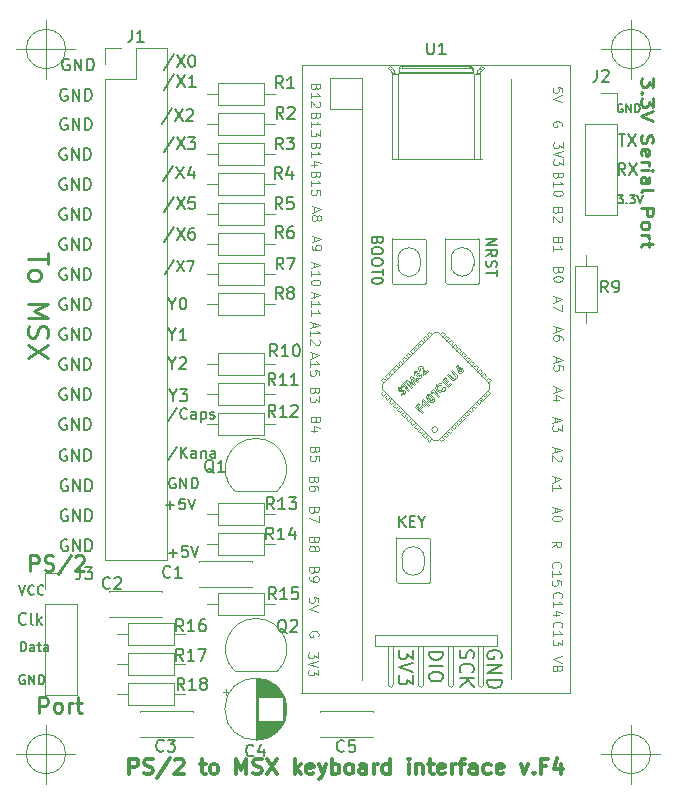
<source format=gbr>
%TF.GenerationSoftware,KiCad,Pcbnew,(5.1.6)-1*%
%TF.CreationDate,2021-11-05T01:54:12-02:00*%
%TF.ProjectId,PS2-MSX-F4,5053322d-4d53-4582-9d46-342e6b696361,rev?*%
%TF.SameCoordinates,Original*%
%TF.FileFunction,Legend,Top*%
%TF.FilePolarity,Positive*%
%FSLAX46Y46*%
G04 Gerber Fmt 4.6, Leading zero omitted, Abs format (unit mm)*
G04 Created by KiCad (PCBNEW (5.1.6)-1) date 2021-11-05 01:54:12*
%MOMM*%
%LPD*%
G01*
G04 APERTURE LIST*
%ADD10C,0.250000*%
%ADD11C,0.150000*%
%ADD12C,0.050000*%
%ADD13C,0.300000*%
%ADD14C,0.120000*%
%ADD15C,0.180000*%
G04 APERTURE END LIST*
D10*
X126440619Y-131128855D02*
X126440619Y-129828855D01*
X126935857Y-129828855D01*
X127059666Y-129890760D01*
X127121571Y-129952664D01*
X127183476Y-130076474D01*
X127183476Y-130262188D01*
X127121571Y-130385998D01*
X127059666Y-130447902D01*
X126935857Y-130509807D01*
X126440619Y-130509807D01*
X127926333Y-131128855D02*
X127802523Y-131066950D01*
X127740619Y-131005045D01*
X127678714Y-130881236D01*
X127678714Y-130509807D01*
X127740619Y-130385998D01*
X127802523Y-130324093D01*
X127926333Y-130262188D01*
X128112047Y-130262188D01*
X128235857Y-130324093D01*
X128297761Y-130385998D01*
X128359666Y-130509807D01*
X128359666Y-130881236D01*
X128297761Y-131005045D01*
X128235857Y-131066950D01*
X128112047Y-131128855D01*
X127926333Y-131128855D01*
X128916809Y-131128855D02*
X128916809Y-130262188D01*
X128916809Y-130509807D02*
X128978714Y-130385998D01*
X129040619Y-130324093D01*
X129164428Y-130262188D01*
X129288238Y-130262188D01*
X129535857Y-130262188D02*
X130031095Y-130262188D01*
X129721571Y-129828855D02*
X129721571Y-130943140D01*
X129783476Y-131066950D01*
X129907285Y-131128855D01*
X130031095Y-131128855D01*
D11*
X137443037Y-117577385D02*
X138128751Y-117577385D01*
X137785894Y-117920242D02*
X137785894Y-117234528D01*
X138985894Y-117020242D02*
X138557322Y-117020242D01*
X138514465Y-117448814D01*
X138557322Y-117405957D01*
X138643037Y-117363100D01*
X138857322Y-117363100D01*
X138943037Y-117405957D01*
X138985894Y-117448814D01*
X139028751Y-117534528D01*
X139028751Y-117748814D01*
X138985894Y-117834528D01*
X138943037Y-117877385D01*
X138857322Y-117920242D01*
X138643037Y-117920242D01*
X138557322Y-117877385D01*
X138514465Y-117834528D01*
X139285894Y-117020242D02*
X139585894Y-117920242D01*
X139885894Y-117020242D01*
X128953355Y-75781280D02*
X128858117Y-75733660D01*
X128715260Y-75733660D01*
X128572402Y-75781280D01*
X128477164Y-75876518D01*
X128429545Y-75971756D01*
X128381926Y-76162232D01*
X128381926Y-76305089D01*
X128429545Y-76495565D01*
X128477164Y-76590803D01*
X128572402Y-76686041D01*
X128715260Y-76733660D01*
X128810498Y-76733660D01*
X128953355Y-76686041D01*
X129000974Y-76638422D01*
X129000974Y-76305089D01*
X128810498Y-76305089D01*
X129429545Y-76733660D02*
X129429545Y-75733660D01*
X130000974Y-76733660D01*
X130000974Y-75733660D01*
X130477164Y-76733660D02*
X130477164Y-75733660D01*
X130715260Y-75733660D01*
X130858117Y-75781280D01*
X130953355Y-75876518D01*
X131000974Y-75971756D01*
X131048593Y-76162232D01*
X131048593Y-76305089D01*
X131000974Y-76495565D01*
X130953355Y-76590803D01*
X130858117Y-76686041D01*
X130715260Y-76733660D01*
X130477164Y-76733660D01*
D10*
X178398419Y-77383262D02*
X178398419Y-78126120D01*
X178017466Y-77726120D01*
X178017466Y-77897548D01*
X177969847Y-78011834D01*
X177922228Y-78068977D01*
X177826990Y-78126120D01*
X177588895Y-78126120D01*
X177493657Y-78068977D01*
X177446038Y-78011834D01*
X177398419Y-77897548D01*
X177398419Y-77554691D01*
X177446038Y-77440405D01*
X177493657Y-77383262D01*
X177493657Y-78640405D02*
X177446038Y-78697548D01*
X177398419Y-78640405D01*
X177446038Y-78583262D01*
X177493657Y-78640405D01*
X177398419Y-78640405D01*
X178398419Y-79097548D02*
X178398419Y-79840405D01*
X178017466Y-79440405D01*
X178017466Y-79611834D01*
X177969847Y-79726120D01*
X177922228Y-79783262D01*
X177826990Y-79840405D01*
X177588895Y-79840405D01*
X177493657Y-79783262D01*
X177446038Y-79726120D01*
X177398419Y-79611834D01*
X177398419Y-79268977D01*
X177446038Y-79154691D01*
X177493657Y-79097548D01*
X178398419Y-80183262D02*
X177398419Y-80583262D01*
X178398419Y-80983262D01*
X177446038Y-82240405D02*
X177398419Y-82411834D01*
X177398419Y-82697548D01*
X177446038Y-82811834D01*
X177493657Y-82868977D01*
X177588895Y-82926120D01*
X177684133Y-82926120D01*
X177779371Y-82868977D01*
X177826990Y-82811834D01*
X177874609Y-82697548D01*
X177922228Y-82468977D01*
X177969847Y-82354691D01*
X178017466Y-82297548D01*
X178112704Y-82240405D01*
X178207942Y-82240405D01*
X178303180Y-82297548D01*
X178350800Y-82354691D01*
X178398419Y-82468977D01*
X178398419Y-82754691D01*
X178350800Y-82926120D01*
X177446038Y-83897548D02*
X177398419Y-83783262D01*
X177398419Y-83554691D01*
X177446038Y-83440405D01*
X177541276Y-83383262D01*
X177922228Y-83383262D01*
X178017466Y-83440405D01*
X178065085Y-83554691D01*
X178065085Y-83783262D01*
X178017466Y-83897548D01*
X177922228Y-83954691D01*
X177826990Y-83954691D01*
X177731752Y-83383262D01*
X177398419Y-84468977D02*
X178065085Y-84468977D01*
X177874609Y-84468977D02*
X177969847Y-84526120D01*
X178017466Y-84583262D01*
X178065085Y-84697548D01*
X178065085Y-84811834D01*
X177398419Y-85211834D02*
X178065085Y-85211834D01*
X178398419Y-85211834D02*
X178350800Y-85154691D01*
X178303180Y-85211834D01*
X178350800Y-85268977D01*
X178398419Y-85211834D01*
X178303180Y-85211834D01*
X177398419Y-86297548D02*
X177922228Y-86297548D01*
X178017466Y-86240405D01*
X178065085Y-86126120D01*
X178065085Y-85897548D01*
X178017466Y-85783262D01*
X177446038Y-86297548D02*
X177398419Y-86183262D01*
X177398419Y-85897548D01*
X177446038Y-85783262D01*
X177541276Y-85726120D01*
X177636514Y-85726120D01*
X177731752Y-85783262D01*
X177779371Y-85897548D01*
X177779371Y-86183262D01*
X177826990Y-86297548D01*
X177398419Y-87040405D02*
X177446038Y-86926120D01*
X177541276Y-86868977D01*
X178398419Y-86868977D01*
X177398419Y-88411834D02*
X178398419Y-88411834D01*
X178398419Y-88868977D01*
X178350800Y-88983262D01*
X178303180Y-89040405D01*
X178207942Y-89097548D01*
X178065085Y-89097548D01*
X177969847Y-89040405D01*
X177922228Y-88983262D01*
X177874609Y-88868977D01*
X177874609Y-88411834D01*
X177398419Y-89783262D02*
X177446038Y-89668977D01*
X177493657Y-89611834D01*
X177588895Y-89554691D01*
X177874609Y-89554691D01*
X177969847Y-89611834D01*
X178017466Y-89668977D01*
X178065085Y-89783262D01*
X178065085Y-89954691D01*
X178017466Y-90068977D01*
X177969847Y-90126120D01*
X177874609Y-90183262D01*
X177588895Y-90183262D01*
X177493657Y-90126120D01*
X177446038Y-90068977D01*
X177398419Y-89954691D01*
X177398419Y-89783262D01*
X177398419Y-90697548D02*
X178065085Y-90697548D01*
X177874609Y-90697548D02*
X177969847Y-90754691D01*
X178017466Y-90811834D01*
X178065085Y-90926120D01*
X178065085Y-91040405D01*
X178065085Y-91268977D02*
X178065085Y-91726120D01*
X178398419Y-91440405D02*
X177541276Y-91440405D01*
X177446038Y-91497548D01*
X177398419Y-91611834D01*
X177398419Y-91726120D01*
D12*
X178196666Y-74930000D02*
G75*
G03*
X178196666Y-74930000I-1666666J0D01*
G01*
X174030000Y-74930000D02*
X179030000Y-74930000D01*
X176530000Y-72430000D02*
X176530000Y-77430000D01*
X128666666Y-134620000D02*
G75*
G03*
X128666666Y-134620000I-1666666J0D01*
G01*
X124500000Y-134620000D02*
X129500000Y-134620000D01*
X127000000Y-132120000D02*
X127000000Y-137120000D01*
X128666666Y-74930000D02*
G75*
G03*
X128666666Y-74930000I-1666666J0D01*
G01*
X124500000Y-74930000D02*
X129500000Y-74930000D01*
X127000000Y-72430000D02*
X127000000Y-77430000D01*
X178196666Y-134620000D02*
G75*
G03*
X178196666Y-134620000I-1666666J0D01*
G01*
X174030000Y-134620000D02*
X179030000Y-134620000D01*
X176530000Y-132120000D02*
X176530000Y-137120000D01*
D11*
X175428086Y-87289846D02*
X175861420Y-87289846D01*
X175628086Y-87556513D01*
X175728086Y-87556513D01*
X175794753Y-87589846D01*
X175828086Y-87623180D01*
X175861420Y-87689846D01*
X175861420Y-87856513D01*
X175828086Y-87923180D01*
X175794753Y-87956513D01*
X175728086Y-87989846D01*
X175528086Y-87989846D01*
X175461420Y-87956513D01*
X175428086Y-87923180D01*
X176161420Y-87923180D02*
X176194753Y-87956513D01*
X176161420Y-87989846D01*
X176128086Y-87956513D01*
X176161420Y-87923180D01*
X176161420Y-87989846D01*
X176428086Y-87289846D02*
X176861420Y-87289846D01*
X176628086Y-87556513D01*
X176728086Y-87556513D01*
X176794753Y-87589846D01*
X176828086Y-87623180D01*
X176861420Y-87689846D01*
X176861420Y-87856513D01*
X176828086Y-87923180D01*
X176794753Y-87956513D01*
X176728086Y-87989846D01*
X176528086Y-87989846D01*
X176461420Y-87956513D01*
X176428086Y-87923180D01*
X177061420Y-87289846D02*
X177294753Y-87989846D01*
X177528086Y-87289846D01*
D13*
X134074122Y-136315535D02*
X134074122Y-135015535D01*
X134569360Y-135015535D01*
X134693170Y-135077440D01*
X134755075Y-135139344D01*
X134816980Y-135263154D01*
X134816980Y-135448868D01*
X134755075Y-135572678D01*
X134693170Y-135634582D01*
X134569360Y-135696487D01*
X134074122Y-135696487D01*
X135312218Y-136253630D02*
X135497932Y-136315535D01*
X135807456Y-136315535D01*
X135931265Y-136253630D01*
X135993170Y-136191725D01*
X136055075Y-136067916D01*
X136055075Y-135944106D01*
X135993170Y-135820297D01*
X135931265Y-135758392D01*
X135807456Y-135696487D01*
X135559837Y-135634582D01*
X135436027Y-135572678D01*
X135374122Y-135510773D01*
X135312218Y-135386963D01*
X135312218Y-135263154D01*
X135374122Y-135139344D01*
X135436027Y-135077440D01*
X135559837Y-135015535D01*
X135869360Y-135015535D01*
X136055075Y-135077440D01*
X137540789Y-134953630D02*
X136426503Y-136625059D01*
X137912218Y-135139344D02*
X137974122Y-135077440D01*
X138097932Y-135015535D01*
X138407456Y-135015535D01*
X138531265Y-135077440D01*
X138593170Y-135139344D01*
X138655075Y-135263154D01*
X138655075Y-135386963D01*
X138593170Y-135572678D01*
X137850313Y-136315535D01*
X138655075Y-136315535D01*
X140016980Y-135448868D02*
X140512218Y-135448868D01*
X140202694Y-135015535D02*
X140202694Y-136129820D01*
X140264599Y-136253630D01*
X140388408Y-136315535D01*
X140512218Y-136315535D01*
X141131265Y-136315535D02*
X141007456Y-136253630D01*
X140945551Y-136191725D01*
X140883646Y-136067916D01*
X140883646Y-135696487D01*
X140945551Y-135572678D01*
X141007456Y-135510773D01*
X141131265Y-135448868D01*
X141316980Y-135448868D01*
X141440789Y-135510773D01*
X141502694Y-135572678D01*
X141564599Y-135696487D01*
X141564599Y-136067916D01*
X141502694Y-136191725D01*
X141440789Y-136253630D01*
X141316980Y-136315535D01*
X141131265Y-136315535D01*
X143112218Y-136315535D02*
X143112218Y-135015535D01*
X143545551Y-135944106D01*
X143978884Y-135015535D01*
X143978884Y-136315535D01*
X144536027Y-136253630D02*
X144721741Y-136315535D01*
X145031265Y-136315535D01*
X145155075Y-136253630D01*
X145216980Y-136191725D01*
X145278884Y-136067916D01*
X145278884Y-135944106D01*
X145216980Y-135820297D01*
X145155075Y-135758392D01*
X145031265Y-135696487D01*
X144783646Y-135634582D01*
X144659837Y-135572678D01*
X144597932Y-135510773D01*
X144536027Y-135386963D01*
X144536027Y-135263154D01*
X144597932Y-135139344D01*
X144659837Y-135077440D01*
X144783646Y-135015535D01*
X145093170Y-135015535D01*
X145278884Y-135077440D01*
X145712218Y-135015535D02*
X146578884Y-136315535D01*
X146578884Y-135015535D02*
X145712218Y-136315535D01*
X148064599Y-136315535D02*
X148064599Y-135015535D01*
X148188408Y-135820297D02*
X148559837Y-136315535D01*
X148559837Y-135448868D02*
X148064599Y-135944106D01*
X149612218Y-136253630D02*
X149488408Y-136315535D01*
X149240789Y-136315535D01*
X149116980Y-136253630D01*
X149055075Y-136129820D01*
X149055075Y-135634582D01*
X149116980Y-135510773D01*
X149240789Y-135448868D01*
X149488408Y-135448868D01*
X149612218Y-135510773D01*
X149674122Y-135634582D01*
X149674122Y-135758392D01*
X149055075Y-135882201D01*
X150107456Y-135448868D02*
X150416980Y-136315535D01*
X150726503Y-135448868D02*
X150416980Y-136315535D01*
X150293170Y-136625059D01*
X150231265Y-136686963D01*
X150107456Y-136748868D01*
X151221741Y-136315535D02*
X151221741Y-135015535D01*
X151221741Y-135510773D02*
X151345551Y-135448868D01*
X151593170Y-135448868D01*
X151716980Y-135510773D01*
X151778884Y-135572678D01*
X151840789Y-135696487D01*
X151840789Y-136067916D01*
X151778884Y-136191725D01*
X151716980Y-136253630D01*
X151593170Y-136315535D01*
X151345551Y-136315535D01*
X151221741Y-136253630D01*
X152583646Y-136315535D02*
X152459837Y-136253630D01*
X152397932Y-136191725D01*
X152336027Y-136067916D01*
X152336027Y-135696487D01*
X152397932Y-135572678D01*
X152459837Y-135510773D01*
X152583646Y-135448868D01*
X152769360Y-135448868D01*
X152893170Y-135510773D01*
X152955075Y-135572678D01*
X153016980Y-135696487D01*
X153016980Y-136067916D01*
X152955075Y-136191725D01*
X152893170Y-136253630D01*
X152769360Y-136315535D01*
X152583646Y-136315535D01*
X154131265Y-136315535D02*
X154131265Y-135634582D01*
X154069360Y-135510773D01*
X153945551Y-135448868D01*
X153697932Y-135448868D01*
X153574122Y-135510773D01*
X154131265Y-136253630D02*
X154007456Y-136315535D01*
X153697932Y-136315535D01*
X153574122Y-136253630D01*
X153512218Y-136129820D01*
X153512218Y-136006011D01*
X153574122Y-135882201D01*
X153697932Y-135820297D01*
X154007456Y-135820297D01*
X154131265Y-135758392D01*
X154750313Y-136315535D02*
X154750313Y-135448868D01*
X154750313Y-135696487D02*
X154812218Y-135572678D01*
X154874122Y-135510773D01*
X154997932Y-135448868D01*
X155121741Y-135448868D01*
X156112218Y-136315535D02*
X156112218Y-135015535D01*
X156112218Y-136253630D02*
X155988408Y-136315535D01*
X155740789Y-136315535D01*
X155616980Y-136253630D01*
X155555075Y-136191725D01*
X155493170Y-136067916D01*
X155493170Y-135696487D01*
X155555075Y-135572678D01*
X155616980Y-135510773D01*
X155740789Y-135448868D01*
X155988408Y-135448868D01*
X156112218Y-135510773D01*
X157721741Y-136315535D02*
X157721741Y-135448868D01*
X157721741Y-135015535D02*
X157659837Y-135077440D01*
X157721741Y-135139344D01*
X157783646Y-135077440D01*
X157721741Y-135015535D01*
X157721741Y-135139344D01*
X158340789Y-135448868D02*
X158340789Y-136315535D01*
X158340789Y-135572678D02*
X158402694Y-135510773D01*
X158526503Y-135448868D01*
X158712218Y-135448868D01*
X158836027Y-135510773D01*
X158897932Y-135634582D01*
X158897932Y-136315535D01*
X159331265Y-135448868D02*
X159826503Y-135448868D01*
X159516980Y-135015535D02*
X159516980Y-136129820D01*
X159578884Y-136253630D01*
X159702694Y-136315535D01*
X159826503Y-136315535D01*
X160755075Y-136253630D02*
X160631265Y-136315535D01*
X160383646Y-136315535D01*
X160259837Y-136253630D01*
X160197932Y-136129820D01*
X160197932Y-135634582D01*
X160259837Y-135510773D01*
X160383646Y-135448868D01*
X160631265Y-135448868D01*
X160755075Y-135510773D01*
X160816980Y-135634582D01*
X160816980Y-135758392D01*
X160197932Y-135882201D01*
X161374122Y-136315535D02*
X161374122Y-135448868D01*
X161374122Y-135696487D02*
X161436027Y-135572678D01*
X161497932Y-135510773D01*
X161621741Y-135448868D01*
X161745551Y-135448868D01*
X161993170Y-135448868D02*
X162488408Y-135448868D01*
X162178884Y-136315535D02*
X162178884Y-135201249D01*
X162240789Y-135077440D01*
X162364599Y-135015535D01*
X162488408Y-135015535D01*
X163478884Y-136315535D02*
X163478884Y-135634582D01*
X163416980Y-135510773D01*
X163293170Y-135448868D01*
X163045551Y-135448868D01*
X162921741Y-135510773D01*
X163478884Y-136253630D02*
X163355075Y-136315535D01*
X163045551Y-136315535D01*
X162921741Y-136253630D01*
X162859837Y-136129820D01*
X162859837Y-136006011D01*
X162921741Y-135882201D01*
X163045551Y-135820297D01*
X163355075Y-135820297D01*
X163478884Y-135758392D01*
X164655075Y-136253630D02*
X164531265Y-136315535D01*
X164283646Y-136315535D01*
X164159837Y-136253630D01*
X164097932Y-136191725D01*
X164036027Y-136067916D01*
X164036027Y-135696487D01*
X164097932Y-135572678D01*
X164159837Y-135510773D01*
X164283646Y-135448868D01*
X164531265Y-135448868D01*
X164655075Y-135510773D01*
X165707456Y-136253630D02*
X165583646Y-136315535D01*
X165336027Y-136315535D01*
X165212218Y-136253630D01*
X165150313Y-136129820D01*
X165150313Y-135634582D01*
X165212218Y-135510773D01*
X165336027Y-135448868D01*
X165583646Y-135448868D01*
X165707456Y-135510773D01*
X165769360Y-135634582D01*
X165769360Y-135758392D01*
X165150313Y-135882201D01*
X167193170Y-135448868D02*
X167502694Y-136315535D01*
X167812218Y-135448868D01*
X168307456Y-136191725D02*
X168369360Y-136253630D01*
X168307456Y-136315535D01*
X168245551Y-136253630D01*
X168307456Y-136191725D01*
X168307456Y-136315535D01*
X169359837Y-135634582D02*
X168926503Y-135634582D01*
X168926503Y-136315535D02*
X168926503Y-135015535D01*
X169545551Y-135015535D01*
X170597932Y-135448868D02*
X170597932Y-136315535D01*
X170288408Y-134953630D02*
X169978884Y-135882201D01*
X170783646Y-135882201D01*
D11*
X176055993Y-85580480D02*
X175722660Y-85104290D01*
X175484564Y-85580480D02*
X175484564Y-84580480D01*
X175865517Y-84580480D01*
X175960755Y-84628100D01*
X176008374Y-84675719D01*
X176055993Y-84770957D01*
X176055993Y-84913814D01*
X176008374Y-85009052D01*
X175960755Y-85056671D01*
X175865517Y-85104290D01*
X175484564Y-85104290D01*
X176389326Y-84580480D02*
X177055993Y-85580480D01*
X177055993Y-84580480D02*
X176389326Y-85580480D01*
X175488695Y-82106520D02*
X176060123Y-82106520D01*
X175774409Y-83106520D02*
X175774409Y-82106520D01*
X176298219Y-82106520D02*
X176964885Y-83106520D01*
X176964885Y-82106520D02*
X176298219Y-83106520D01*
X175796006Y-79616820D02*
X175729340Y-79583486D01*
X175629340Y-79583486D01*
X175529340Y-79616820D01*
X175462673Y-79683486D01*
X175429340Y-79750153D01*
X175396006Y-79883486D01*
X175396006Y-79983486D01*
X175429340Y-80116820D01*
X175462673Y-80183486D01*
X175529340Y-80250153D01*
X175629340Y-80283486D01*
X175696006Y-80283486D01*
X175796006Y-80250153D01*
X175829340Y-80216820D01*
X175829340Y-79983486D01*
X175696006Y-79983486D01*
X176129340Y-80283486D02*
X176129340Y-79583486D01*
X176529340Y-80283486D01*
X176529340Y-79583486D01*
X176862673Y-80283486D02*
X176862673Y-79583486D01*
X177029340Y-79583486D01*
X177129340Y-79616820D01*
X177196006Y-79683486D01*
X177229340Y-79750153D01*
X177262673Y-79883486D01*
X177262673Y-79983486D01*
X177229340Y-80116820D01*
X177196006Y-80183486D01*
X177129340Y-80250153D01*
X177029340Y-80283486D01*
X176862673Y-80283486D01*
D10*
X125649796Y-119104495D02*
X125649796Y-117804495D01*
X126145034Y-117804495D01*
X126268843Y-117866400D01*
X126330748Y-117928304D01*
X126392653Y-118052114D01*
X126392653Y-118237828D01*
X126330748Y-118361638D01*
X126268843Y-118423542D01*
X126145034Y-118485447D01*
X125649796Y-118485447D01*
X126887891Y-119042590D02*
X127073605Y-119104495D01*
X127383129Y-119104495D01*
X127506939Y-119042590D01*
X127568843Y-118980685D01*
X127630748Y-118856876D01*
X127630748Y-118733066D01*
X127568843Y-118609257D01*
X127506939Y-118547352D01*
X127383129Y-118485447D01*
X127135510Y-118423542D01*
X127011700Y-118361638D01*
X126949796Y-118299733D01*
X126887891Y-118175923D01*
X126887891Y-118052114D01*
X126949796Y-117928304D01*
X127011700Y-117866400D01*
X127135510Y-117804495D01*
X127445034Y-117804495D01*
X127630748Y-117866400D01*
X129116462Y-117742590D02*
X128002177Y-119414019D01*
X129487891Y-117928304D02*
X129549796Y-117866400D01*
X129673605Y-117804495D01*
X129983129Y-117804495D01*
X130106939Y-117866400D01*
X130168843Y-117928304D01*
X130230748Y-118052114D01*
X130230748Y-118175923D01*
X130168843Y-118361638D01*
X129425986Y-119104495D01*
X130230748Y-119104495D01*
D11*
X125186516Y-127933500D02*
X125110325Y-127895404D01*
X124996040Y-127895404D01*
X124881754Y-127933500D01*
X124805563Y-128009690D01*
X124767468Y-128085880D01*
X124729373Y-128238261D01*
X124729373Y-128352547D01*
X124767468Y-128504928D01*
X124805563Y-128581119D01*
X124881754Y-128657309D01*
X124996040Y-128695404D01*
X125072230Y-128695404D01*
X125186516Y-128657309D01*
X125224611Y-128619214D01*
X125224611Y-128352547D01*
X125072230Y-128352547D01*
X125567468Y-128695404D02*
X125567468Y-127895404D01*
X126024611Y-128695404D01*
X126024611Y-127895404D01*
X126405563Y-128695404D02*
X126405563Y-127895404D01*
X126596040Y-127895404D01*
X126710325Y-127933500D01*
X126786516Y-128009690D01*
X126824611Y-128085880D01*
X126862706Y-128238261D01*
X126862706Y-128352547D01*
X126824611Y-128504928D01*
X126786516Y-128581119D01*
X126710325Y-128657309D01*
X126596040Y-128695404D01*
X126405563Y-128695404D01*
X124867815Y-125924264D02*
X124867815Y-125124264D01*
X125058291Y-125124264D01*
X125172577Y-125162360D01*
X125248767Y-125238550D01*
X125286862Y-125314740D01*
X125324958Y-125467121D01*
X125324958Y-125581407D01*
X125286862Y-125733788D01*
X125248767Y-125809979D01*
X125172577Y-125886169D01*
X125058291Y-125924264D01*
X124867815Y-125924264D01*
X126010672Y-125924264D02*
X126010672Y-125505217D01*
X125972577Y-125429026D01*
X125896386Y-125390931D01*
X125744005Y-125390931D01*
X125667815Y-125429026D01*
X126010672Y-125886169D02*
X125934481Y-125924264D01*
X125744005Y-125924264D01*
X125667815Y-125886169D01*
X125629720Y-125809979D01*
X125629720Y-125733788D01*
X125667815Y-125657598D01*
X125744005Y-125619502D01*
X125934481Y-125619502D01*
X126010672Y-125581407D01*
X126277339Y-125390931D02*
X126582100Y-125390931D01*
X126391624Y-125124264D02*
X126391624Y-125809979D01*
X126429720Y-125886169D01*
X126505910Y-125924264D01*
X126582100Y-125924264D01*
X127191624Y-125924264D02*
X127191624Y-125505217D01*
X127153529Y-125429026D01*
X127077339Y-125390931D01*
X126924958Y-125390931D01*
X126848767Y-125429026D01*
X127191624Y-125886169D02*
X127115434Y-125924264D01*
X126924958Y-125924264D01*
X126848767Y-125886169D01*
X126810672Y-125809979D01*
X126810672Y-125733788D01*
X126848767Y-125657598D01*
X126924958Y-125619502D01*
X127115434Y-125619502D01*
X127191624Y-125581407D01*
X125296657Y-123570002D02*
X125249038Y-123617621D01*
X125106180Y-123665240D01*
X125010942Y-123665240D01*
X124868085Y-123617621D01*
X124772847Y-123522383D01*
X124725228Y-123427145D01*
X124677609Y-123236669D01*
X124677609Y-123093812D01*
X124725228Y-122903336D01*
X124772847Y-122808098D01*
X124868085Y-122712860D01*
X125010942Y-122665240D01*
X125106180Y-122665240D01*
X125249038Y-122712860D01*
X125296657Y-122760479D01*
X125868085Y-123665240D02*
X125772847Y-123617621D01*
X125725228Y-123522383D01*
X125725228Y-122665240D01*
X126249038Y-123665240D02*
X126249038Y-122665240D01*
X126344276Y-123284288D02*
X126629990Y-123665240D01*
X126629990Y-122998574D02*
X126249038Y-123379526D01*
X124729373Y-120331284D02*
X124996040Y-121131284D01*
X125262706Y-120331284D01*
X125986516Y-121055094D02*
X125948420Y-121093189D01*
X125834135Y-121131284D01*
X125757944Y-121131284D01*
X125643659Y-121093189D01*
X125567468Y-121016999D01*
X125529373Y-120940808D01*
X125491278Y-120788427D01*
X125491278Y-120674141D01*
X125529373Y-120521760D01*
X125567468Y-120445570D01*
X125643659Y-120369380D01*
X125757944Y-120331284D01*
X125834135Y-120331284D01*
X125948420Y-120369380D01*
X125986516Y-120407475D01*
X126786516Y-121055094D02*
X126748420Y-121093189D01*
X126634135Y-121131284D01*
X126557944Y-121131284D01*
X126443659Y-121093189D01*
X126367468Y-121016999D01*
X126329373Y-120940808D01*
X126291278Y-120788427D01*
X126291278Y-120674141D01*
X126329373Y-120521760D01*
X126367468Y-120445570D01*
X126443659Y-120369380D01*
X126557944Y-120331284D01*
X126634135Y-120331284D01*
X126748420Y-120369380D01*
X126786516Y-120407475D01*
D10*
X127161332Y-92179542D02*
X127161332Y-93150971D01*
X125461332Y-92665257D02*
X127161332Y-92665257D01*
X125461332Y-93960495D02*
X125542284Y-93798590D01*
X125623237Y-93717638D01*
X125785141Y-93636685D01*
X126270856Y-93636685D01*
X126432760Y-93717638D01*
X126513713Y-93798590D01*
X126594665Y-93960495D01*
X126594665Y-94203352D01*
X126513713Y-94365257D01*
X126432760Y-94446209D01*
X126270856Y-94527161D01*
X125785141Y-94527161D01*
X125623237Y-94446209D01*
X125542284Y-94365257D01*
X125461332Y-94203352D01*
X125461332Y-93960495D01*
X125461332Y-96550971D02*
X127161332Y-96550971D01*
X125947046Y-97117638D01*
X127161332Y-97684304D01*
X125461332Y-97684304D01*
X125542284Y-98412876D02*
X125461332Y-98655733D01*
X125461332Y-99060495D01*
X125542284Y-99222400D01*
X125623237Y-99303352D01*
X125785141Y-99384304D01*
X125947046Y-99384304D01*
X126108951Y-99303352D01*
X126189903Y-99222400D01*
X126270856Y-99060495D01*
X126351808Y-98736685D01*
X126432760Y-98574780D01*
X126513713Y-98493828D01*
X126675618Y-98412876D01*
X126837522Y-98412876D01*
X126999427Y-98493828D01*
X127080380Y-98574780D01*
X127161332Y-98736685D01*
X127161332Y-99141447D01*
X127080380Y-99384304D01*
X127161332Y-99950971D02*
X125461332Y-101084304D01*
X127161332Y-101084304D02*
X125461332Y-99950971D01*
D11*
X128816195Y-116484780D02*
X128720957Y-116437160D01*
X128578100Y-116437160D01*
X128435242Y-116484780D01*
X128340004Y-116580018D01*
X128292385Y-116675256D01*
X128244766Y-116865732D01*
X128244766Y-117008589D01*
X128292385Y-117199065D01*
X128340004Y-117294303D01*
X128435242Y-117389541D01*
X128578100Y-117437160D01*
X128673338Y-117437160D01*
X128816195Y-117389541D01*
X128863814Y-117341922D01*
X128863814Y-117008589D01*
X128673338Y-117008589D01*
X129292385Y-117437160D02*
X129292385Y-116437160D01*
X129863814Y-117437160D01*
X129863814Y-116437160D01*
X130340004Y-117437160D02*
X130340004Y-116437160D01*
X130578100Y-116437160D01*
X130720957Y-116484780D01*
X130816195Y-116580018D01*
X130863814Y-116675256D01*
X130911433Y-116865732D01*
X130911433Y-117008589D01*
X130863814Y-117199065D01*
X130816195Y-117294303D01*
X130720957Y-117389541D01*
X130578100Y-117437160D01*
X130340004Y-117437160D01*
X128816195Y-113944780D02*
X128720957Y-113897160D01*
X128578100Y-113897160D01*
X128435242Y-113944780D01*
X128340004Y-114040018D01*
X128292385Y-114135256D01*
X128244766Y-114325732D01*
X128244766Y-114468589D01*
X128292385Y-114659065D01*
X128340004Y-114754303D01*
X128435242Y-114849541D01*
X128578100Y-114897160D01*
X128673338Y-114897160D01*
X128816195Y-114849541D01*
X128863814Y-114801922D01*
X128863814Y-114468589D01*
X128673338Y-114468589D01*
X129292385Y-114897160D02*
X129292385Y-113897160D01*
X129863814Y-114897160D01*
X129863814Y-113897160D01*
X130340004Y-114897160D02*
X130340004Y-113897160D01*
X130578100Y-113897160D01*
X130720957Y-113944780D01*
X130816195Y-114040018D01*
X130863814Y-114135256D01*
X130911433Y-114325732D01*
X130911433Y-114468589D01*
X130863814Y-114659065D01*
X130816195Y-114754303D01*
X130720957Y-114849541D01*
X130578100Y-114897160D01*
X130340004Y-114897160D01*
X128816195Y-111404780D02*
X128720957Y-111357160D01*
X128578100Y-111357160D01*
X128435242Y-111404780D01*
X128340004Y-111500018D01*
X128292385Y-111595256D01*
X128244766Y-111785732D01*
X128244766Y-111928589D01*
X128292385Y-112119065D01*
X128340004Y-112214303D01*
X128435242Y-112309541D01*
X128578100Y-112357160D01*
X128673338Y-112357160D01*
X128816195Y-112309541D01*
X128863814Y-112261922D01*
X128863814Y-111928589D01*
X128673338Y-111928589D01*
X129292385Y-112357160D02*
X129292385Y-111357160D01*
X129863814Y-112357160D01*
X129863814Y-111357160D01*
X130340004Y-112357160D02*
X130340004Y-111357160D01*
X130578100Y-111357160D01*
X130720957Y-111404780D01*
X130816195Y-111500018D01*
X130863814Y-111595256D01*
X130911433Y-111785732D01*
X130911433Y-111928589D01*
X130863814Y-112119065D01*
X130816195Y-112214303D01*
X130720957Y-112309541D01*
X130578100Y-112357160D01*
X130340004Y-112357160D01*
X128734915Y-108836840D02*
X128639677Y-108789220D01*
X128496820Y-108789220D01*
X128353962Y-108836840D01*
X128258724Y-108932078D01*
X128211105Y-109027316D01*
X128163486Y-109217792D01*
X128163486Y-109360649D01*
X128211105Y-109551125D01*
X128258724Y-109646363D01*
X128353962Y-109741601D01*
X128496820Y-109789220D01*
X128592058Y-109789220D01*
X128734915Y-109741601D01*
X128782534Y-109693982D01*
X128782534Y-109360649D01*
X128592058Y-109360649D01*
X129211105Y-109789220D02*
X129211105Y-108789220D01*
X129782534Y-109789220D01*
X129782534Y-108789220D01*
X130258724Y-109789220D02*
X130258724Y-108789220D01*
X130496820Y-108789220D01*
X130639677Y-108836840D01*
X130734915Y-108932078D01*
X130782534Y-109027316D01*
X130830153Y-109217792D01*
X130830153Y-109360649D01*
X130782534Y-109551125D01*
X130734915Y-109646363D01*
X130639677Y-109741601D01*
X130496820Y-109789220D01*
X130258724Y-109789220D01*
X128714595Y-106220640D02*
X128619357Y-106173020D01*
X128476500Y-106173020D01*
X128333642Y-106220640D01*
X128238404Y-106315878D01*
X128190785Y-106411116D01*
X128143166Y-106601592D01*
X128143166Y-106744449D01*
X128190785Y-106934925D01*
X128238404Y-107030163D01*
X128333642Y-107125401D01*
X128476500Y-107173020D01*
X128571738Y-107173020D01*
X128714595Y-107125401D01*
X128762214Y-107077782D01*
X128762214Y-106744449D01*
X128571738Y-106744449D01*
X129190785Y-107173020D02*
X129190785Y-106173020D01*
X129762214Y-107173020D01*
X129762214Y-106173020D01*
X130238404Y-107173020D02*
X130238404Y-106173020D01*
X130476500Y-106173020D01*
X130619357Y-106220640D01*
X130714595Y-106315878D01*
X130762214Y-106411116D01*
X130809833Y-106601592D01*
X130809833Y-106744449D01*
X130762214Y-106934925D01*
X130714595Y-107030163D01*
X130619357Y-107125401D01*
X130476500Y-107173020D01*
X130238404Y-107173020D01*
X128714595Y-103680640D02*
X128619357Y-103633020D01*
X128476500Y-103633020D01*
X128333642Y-103680640D01*
X128238404Y-103775878D01*
X128190785Y-103871116D01*
X128143166Y-104061592D01*
X128143166Y-104204449D01*
X128190785Y-104394925D01*
X128238404Y-104490163D01*
X128333642Y-104585401D01*
X128476500Y-104633020D01*
X128571738Y-104633020D01*
X128714595Y-104585401D01*
X128762214Y-104537782D01*
X128762214Y-104204449D01*
X128571738Y-104204449D01*
X129190785Y-104633020D02*
X129190785Y-103633020D01*
X129762214Y-104633020D01*
X129762214Y-103633020D01*
X130238404Y-104633020D02*
X130238404Y-103633020D01*
X130476500Y-103633020D01*
X130619357Y-103680640D01*
X130714595Y-103775878D01*
X130762214Y-103871116D01*
X130809833Y-104061592D01*
X130809833Y-104204449D01*
X130762214Y-104394925D01*
X130714595Y-104490163D01*
X130619357Y-104585401D01*
X130476500Y-104633020D01*
X130238404Y-104633020D01*
X128714595Y-101140640D02*
X128619357Y-101093020D01*
X128476500Y-101093020D01*
X128333642Y-101140640D01*
X128238404Y-101235878D01*
X128190785Y-101331116D01*
X128143166Y-101521592D01*
X128143166Y-101664449D01*
X128190785Y-101854925D01*
X128238404Y-101950163D01*
X128333642Y-102045401D01*
X128476500Y-102093020D01*
X128571738Y-102093020D01*
X128714595Y-102045401D01*
X128762214Y-101997782D01*
X128762214Y-101664449D01*
X128571738Y-101664449D01*
X129190785Y-102093020D02*
X129190785Y-101093020D01*
X129762214Y-102093020D01*
X129762214Y-101093020D01*
X130238404Y-102093020D02*
X130238404Y-101093020D01*
X130476500Y-101093020D01*
X130619357Y-101140640D01*
X130714595Y-101235878D01*
X130762214Y-101331116D01*
X130809833Y-101521592D01*
X130809833Y-101664449D01*
X130762214Y-101854925D01*
X130714595Y-101950163D01*
X130619357Y-102045401D01*
X130476500Y-102093020D01*
X130238404Y-102093020D01*
X128714595Y-98600640D02*
X128619357Y-98553020D01*
X128476500Y-98553020D01*
X128333642Y-98600640D01*
X128238404Y-98695878D01*
X128190785Y-98791116D01*
X128143166Y-98981592D01*
X128143166Y-99124449D01*
X128190785Y-99314925D01*
X128238404Y-99410163D01*
X128333642Y-99505401D01*
X128476500Y-99553020D01*
X128571738Y-99553020D01*
X128714595Y-99505401D01*
X128762214Y-99457782D01*
X128762214Y-99124449D01*
X128571738Y-99124449D01*
X129190785Y-99553020D02*
X129190785Y-98553020D01*
X129762214Y-99553020D01*
X129762214Y-98553020D01*
X130238404Y-99553020D02*
X130238404Y-98553020D01*
X130476500Y-98553020D01*
X130619357Y-98600640D01*
X130714595Y-98695878D01*
X130762214Y-98791116D01*
X130809833Y-98981592D01*
X130809833Y-99124449D01*
X130762214Y-99314925D01*
X130714595Y-99410163D01*
X130619357Y-99505401D01*
X130476500Y-99553020D01*
X130238404Y-99553020D01*
X128714595Y-96060640D02*
X128619357Y-96013020D01*
X128476500Y-96013020D01*
X128333642Y-96060640D01*
X128238404Y-96155878D01*
X128190785Y-96251116D01*
X128143166Y-96441592D01*
X128143166Y-96584449D01*
X128190785Y-96774925D01*
X128238404Y-96870163D01*
X128333642Y-96965401D01*
X128476500Y-97013020D01*
X128571738Y-97013020D01*
X128714595Y-96965401D01*
X128762214Y-96917782D01*
X128762214Y-96584449D01*
X128571738Y-96584449D01*
X129190785Y-97013020D02*
X129190785Y-96013020D01*
X129762214Y-97013020D01*
X129762214Y-96013020D01*
X130238404Y-97013020D02*
X130238404Y-96013020D01*
X130476500Y-96013020D01*
X130619357Y-96060640D01*
X130714595Y-96155878D01*
X130762214Y-96251116D01*
X130809833Y-96441592D01*
X130809833Y-96584449D01*
X130762214Y-96774925D01*
X130714595Y-96870163D01*
X130619357Y-96965401D01*
X130476500Y-97013020D01*
X130238404Y-97013020D01*
X128714595Y-93520640D02*
X128619357Y-93473020D01*
X128476500Y-93473020D01*
X128333642Y-93520640D01*
X128238404Y-93615878D01*
X128190785Y-93711116D01*
X128143166Y-93901592D01*
X128143166Y-94044449D01*
X128190785Y-94234925D01*
X128238404Y-94330163D01*
X128333642Y-94425401D01*
X128476500Y-94473020D01*
X128571738Y-94473020D01*
X128714595Y-94425401D01*
X128762214Y-94377782D01*
X128762214Y-94044449D01*
X128571738Y-94044449D01*
X129190785Y-94473020D02*
X129190785Y-93473020D01*
X129762214Y-94473020D01*
X129762214Y-93473020D01*
X130238404Y-94473020D02*
X130238404Y-93473020D01*
X130476500Y-93473020D01*
X130619357Y-93520640D01*
X130714595Y-93615878D01*
X130762214Y-93711116D01*
X130809833Y-93901592D01*
X130809833Y-94044449D01*
X130762214Y-94234925D01*
X130714595Y-94330163D01*
X130619357Y-94425401D01*
X130476500Y-94473020D01*
X130238404Y-94473020D01*
X128714595Y-90980640D02*
X128619357Y-90933020D01*
X128476500Y-90933020D01*
X128333642Y-90980640D01*
X128238404Y-91075878D01*
X128190785Y-91171116D01*
X128143166Y-91361592D01*
X128143166Y-91504449D01*
X128190785Y-91694925D01*
X128238404Y-91790163D01*
X128333642Y-91885401D01*
X128476500Y-91933020D01*
X128571738Y-91933020D01*
X128714595Y-91885401D01*
X128762214Y-91837782D01*
X128762214Y-91504449D01*
X128571738Y-91504449D01*
X129190785Y-91933020D02*
X129190785Y-90933020D01*
X129762214Y-91933020D01*
X129762214Y-90933020D01*
X130238404Y-91933020D02*
X130238404Y-90933020D01*
X130476500Y-90933020D01*
X130619357Y-90980640D01*
X130714595Y-91075878D01*
X130762214Y-91171116D01*
X130809833Y-91361592D01*
X130809833Y-91504449D01*
X130762214Y-91694925D01*
X130714595Y-91790163D01*
X130619357Y-91885401D01*
X130476500Y-91933020D01*
X130238404Y-91933020D01*
X128714595Y-88440640D02*
X128619357Y-88393020D01*
X128476500Y-88393020D01*
X128333642Y-88440640D01*
X128238404Y-88535878D01*
X128190785Y-88631116D01*
X128143166Y-88821592D01*
X128143166Y-88964449D01*
X128190785Y-89154925D01*
X128238404Y-89250163D01*
X128333642Y-89345401D01*
X128476500Y-89393020D01*
X128571738Y-89393020D01*
X128714595Y-89345401D01*
X128762214Y-89297782D01*
X128762214Y-88964449D01*
X128571738Y-88964449D01*
X129190785Y-89393020D02*
X129190785Y-88393020D01*
X129762214Y-89393020D01*
X129762214Y-88393020D01*
X130238404Y-89393020D02*
X130238404Y-88393020D01*
X130476500Y-88393020D01*
X130619357Y-88440640D01*
X130714595Y-88535878D01*
X130762214Y-88631116D01*
X130809833Y-88821592D01*
X130809833Y-88964449D01*
X130762214Y-89154925D01*
X130714595Y-89250163D01*
X130619357Y-89345401D01*
X130476500Y-89393020D01*
X130238404Y-89393020D01*
X128714595Y-85900640D02*
X128619357Y-85853020D01*
X128476500Y-85853020D01*
X128333642Y-85900640D01*
X128238404Y-85995878D01*
X128190785Y-86091116D01*
X128143166Y-86281592D01*
X128143166Y-86424449D01*
X128190785Y-86614925D01*
X128238404Y-86710163D01*
X128333642Y-86805401D01*
X128476500Y-86853020D01*
X128571738Y-86853020D01*
X128714595Y-86805401D01*
X128762214Y-86757782D01*
X128762214Y-86424449D01*
X128571738Y-86424449D01*
X129190785Y-86853020D02*
X129190785Y-85853020D01*
X129762214Y-86853020D01*
X129762214Y-85853020D01*
X130238404Y-86853020D02*
X130238404Y-85853020D01*
X130476500Y-85853020D01*
X130619357Y-85900640D01*
X130714595Y-85995878D01*
X130762214Y-86091116D01*
X130809833Y-86281592D01*
X130809833Y-86424449D01*
X130762214Y-86614925D01*
X130714595Y-86710163D01*
X130619357Y-86805401D01*
X130476500Y-86853020D01*
X130238404Y-86853020D01*
X128714595Y-83360640D02*
X128619357Y-83313020D01*
X128476500Y-83313020D01*
X128333642Y-83360640D01*
X128238404Y-83455878D01*
X128190785Y-83551116D01*
X128143166Y-83741592D01*
X128143166Y-83884449D01*
X128190785Y-84074925D01*
X128238404Y-84170163D01*
X128333642Y-84265401D01*
X128476500Y-84313020D01*
X128571738Y-84313020D01*
X128714595Y-84265401D01*
X128762214Y-84217782D01*
X128762214Y-83884449D01*
X128571738Y-83884449D01*
X129190785Y-84313020D02*
X129190785Y-83313020D01*
X129762214Y-84313020D01*
X129762214Y-83313020D01*
X130238404Y-84313020D02*
X130238404Y-83313020D01*
X130476500Y-83313020D01*
X130619357Y-83360640D01*
X130714595Y-83455878D01*
X130762214Y-83551116D01*
X130809833Y-83741592D01*
X130809833Y-83884449D01*
X130762214Y-84074925D01*
X130714595Y-84170163D01*
X130619357Y-84265401D01*
X130476500Y-84313020D01*
X130238404Y-84313020D01*
X128780635Y-80815560D02*
X128685397Y-80767940D01*
X128542540Y-80767940D01*
X128399682Y-80815560D01*
X128304444Y-80910798D01*
X128256825Y-81006036D01*
X128209206Y-81196512D01*
X128209206Y-81339369D01*
X128256825Y-81529845D01*
X128304444Y-81625083D01*
X128399682Y-81720321D01*
X128542540Y-81767940D01*
X128637778Y-81767940D01*
X128780635Y-81720321D01*
X128828254Y-81672702D01*
X128828254Y-81339369D01*
X128637778Y-81339369D01*
X129256825Y-81767940D02*
X129256825Y-80767940D01*
X129828254Y-81767940D01*
X129828254Y-80767940D01*
X130304444Y-81767940D02*
X130304444Y-80767940D01*
X130542540Y-80767940D01*
X130685397Y-80815560D01*
X130780635Y-80910798D01*
X130828254Y-81006036D01*
X130875873Y-81196512D01*
X130875873Y-81339369D01*
X130828254Y-81529845D01*
X130780635Y-81625083D01*
X130685397Y-81720321D01*
X130542540Y-81767940D01*
X130304444Y-81767940D01*
X128780635Y-78339060D02*
X128685397Y-78291440D01*
X128542540Y-78291440D01*
X128399682Y-78339060D01*
X128304444Y-78434298D01*
X128256825Y-78529536D01*
X128209206Y-78720012D01*
X128209206Y-78862869D01*
X128256825Y-79053345D01*
X128304444Y-79148583D01*
X128399682Y-79243821D01*
X128542540Y-79291440D01*
X128637778Y-79291440D01*
X128780635Y-79243821D01*
X128828254Y-79196202D01*
X128828254Y-78862869D01*
X128637778Y-78862869D01*
X129256825Y-79291440D02*
X129256825Y-78291440D01*
X129828254Y-79291440D01*
X129828254Y-78291440D01*
X130304444Y-79291440D02*
X130304444Y-78291440D01*
X130542540Y-78291440D01*
X130685397Y-78339060D01*
X130780635Y-78434298D01*
X130828254Y-78529536D01*
X130875873Y-78720012D01*
X130875873Y-78862869D01*
X130828254Y-79053345D01*
X130780635Y-79148583D01*
X130685397Y-79243821D01*
X130542540Y-79291440D01*
X130304444Y-79291440D01*
X137758229Y-104258430D02*
X137758229Y-104734620D01*
X137424896Y-103734620D02*
X137758229Y-104258430D01*
X138091562Y-103734620D01*
X138329658Y-103734620D02*
X138948705Y-103734620D01*
X138615372Y-104115573D01*
X138758229Y-104115573D01*
X138853467Y-104163192D01*
X138901086Y-104210811D01*
X138948705Y-104306049D01*
X138948705Y-104544144D01*
X138901086Y-104639382D01*
X138853467Y-104687001D01*
X138758229Y-104734620D01*
X138472515Y-104734620D01*
X138377277Y-104687001D01*
X138329658Y-104639382D01*
X137699809Y-101535550D02*
X137699809Y-102011740D01*
X137366476Y-101011740D02*
X137699809Y-101535550D01*
X138033142Y-101011740D01*
X138318857Y-101106979D02*
X138366476Y-101059360D01*
X138461714Y-101011740D01*
X138699809Y-101011740D01*
X138795047Y-101059360D01*
X138842666Y-101106979D01*
X138890285Y-101202217D01*
X138890285Y-101297455D01*
X138842666Y-101440312D01*
X138271238Y-102011740D01*
X138890285Y-102011740D01*
X137699809Y-99081910D02*
X137699809Y-99558100D01*
X137366476Y-98558100D02*
X137699809Y-99081910D01*
X138033142Y-98558100D01*
X138890285Y-99558100D02*
X138318857Y-99558100D01*
X138604571Y-99558100D02*
X138604571Y-98558100D01*
X138509333Y-98700958D01*
X138414095Y-98796196D01*
X138318857Y-98843815D01*
X137697269Y-96493650D02*
X137697269Y-96969840D01*
X137363936Y-95969840D02*
X137697269Y-96493650D01*
X138030602Y-95969840D01*
X138554412Y-95969840D02*
X138649650Y-95969840D01*
X138744888Y-96017460D01*
X138792507Y-96065079D01*
X138840126Y-96160317D01*
X138887745Y-96350793D01*
X138887745Y-96588888D01*
X138840126Y-96779364D01*
X138792507Y-96874602D01*
X138744888Y-96922221D01*
X138649650Y-96969840D01*
X138554412Y-96969840D01*
X138459174Y-96922221D01*
X138411555Y-96874602D01*
X138363936Y-96779364D01*
X138316317Y-96588888D01*
X138316317Y-96350793D01*
X138363936Y-96160317D01*
X138411555Y-96065079D01*
X138459174Y-96017460D01*
X138554412Y-95969840D01*
X138117182Y-105285765D02*
X137345754Y-106442908D01*
X138931468Y-106142908D02*
X138888611Y-106185765D01*
X138760040Y-106228622D01*
X138674325Y-106228622D01*
X138545754Y-106185765D01*
X138460040Y-106100051D01*
X138417182Y-106014337D01*
X138374325Y-105842908D01*
X138374325Y-105714337D01*
X138417182Y-105542908D01*
X138460040Y-105457194D01*
X138545754Y-105371480D01*
X138674325Y-105328622D01*
X138760040Y-105328622D01*
X138888611Y-105371480D01*
X138931468Y-105414337D01*
X139702897Y-106228622D02*
X139702897Y-105757194D01*
X139660040Y-105671480D01*
X139574325Y-105628622D01*
X139402897Y-105628622D01*
X139317182Y-105671480D01*
X139702897Y-106185765D02*
X139617182Y-106228622D01*
X139402897Y-106228622D01*
X139317182Y-106185765D01*
X139274325Y-106100051D01*
X139274325Y-106014337D01*
X139317182Y-105928622D01*
X139402897Y-105885765D01*
X139617182Y-105885765D01*
X139702897Y-105842908D01*
X140131468Y-105628622D02*
X140131468Y-106528622D01*
X140131468Y-105671480D02*
X140217182Y-105628622D01*
X140388611Y-105628622D01*
X140474325Y-105671480D01*
X140517182Y-105714337D01*
X140560040Y-105800051D01*
X140560040Y-106057194D01*
X140517182Y-106142908D01*
X140474325Y-106185765D01*
X140388611Y-106228622D01*
X140217182Y-106228622D01*
X140131468Y-106185765D01*
X140902897Y-106185765D02*
X140988611Y-106228622D01*
X141160040Y-106228622D01*
X141245754Y-106185765D01*
X141288611Y-106100051D01*
X141288611Y-106057194D01*
X141245754Y-105971480D01*
X141160040Y-105928622D01*
X141031468Y-105928622D01*
X140945754Y-105885765D01*
X140902897Y-105800051D01*
X140902897Y-105757194D01*
X140945754Y-105671480D01*
X141031468Y-105628622D01*
X141160040Y-105628622D01*
X141245754Y-105671480D01*
X138117182Y-108587765D02*
X137345754Y-109744908D01*
X138417182Y-109530622D02*
X138417182Y-108630622D01*
X138931468Y-109530622D02*
X138545754Y-109016337D01*
X138931468Y-108630622D02*
X138417182Y-109144908D01*
X139702897Y-109530622D02*
X139702897Y-109059194D01*
X139660040Y-108973480D01*
X139574325Y-108930622D01*
X139402897Y-108930622D01*
X139317182Y-108973480D01*
X139702897Y-109487765D02*
X139617182Y-109530622D01*
X139402897Y-109530622D01*
X139317182Y-109487765D01*
X139274325Y-109402051D01*
X139274325Y-109316337D01*
X139317182Y-109230622D01*
X139402897Y-109187765D01*
X139617182Y-109187765D01*
X139702897Y-109144908D01*
X140131468Y-108930622D02*
X140131468Y-109530622D01*
X140131468Y-109016337D02*
X140174325Y-108973480D01*
X140260040Y-108930622D01*
X140388611Y-108930622D01*
X140474325Y-108973480D01*
X140517182Y-109059194D01*
X140517182Y-109530622D01*
X141331468Y-109530622D02*
X141331468Y-109059194D01*
X141288611Y-108973480D01*
X141202897Y-108930622D01*
X141031468Y-108930622D01*
X140945754Y-108973480D01*
X141331468Y-109487765D02*
X141245754Y-109530622D01*
X141031468Y-109530622D01*
X140945754Y-109487765D01*
X140902897Y-109402051D01*
X140902897Y-109316337D01*
X140945754Y-109230622D01*
X141031468Y-109187765D01*
X141245754Y-109187765D01*
X141331468Y-109144908D01*
X137882371Y-92806745D02*
X137110942Y-93963888D01*
X138096657Y-92849602D02*
X138696657Y-93749602D01*
X138696657Y-92849602D02*
X138096657Y-93749602D01*
X138953800Y-92849602D02*
X139553800Y-92849602D01*
X139168085Y-93749602D01*
X137829990Y-90016721D02*
X136972847Y-91302436D01*
X138068085Y-90064340D02*
X138734752Y-91064340D01*
X138734752Y-90064340D02*
X138068085Y-91064340D01*
X139544276Y-90064340D02*
X139353800Y-90064340D01*
X139258561Y-90111960D01*
X139210942Y-90159579D01*
X139115704Y-90302436D01*
X139068085Y-90492912D01*
X139068085Y-90873864D01*
X139115704Y-90969102D01*
X139163323Y-91016721D01*
X139258561Y-91064340D01*
X139449038Y-91064340D01*
X139544276Y-91016721D01*
X139591895Y-90969102D01*
X139639514Y-90873864D01*
X139639514Y-90635769D01*
X139591895Y-90540531D01*
X139544276Y-90492912D01*
X139449038Y-90445293D01*
X139258561Y-90445293D01*
X139163323Y-90492912D01*
X139115704Y-90540531D01*
X139068085Y-90635769D01*
X137829990Y-87428461D02*
X136972847Y-88714176D01*
X138068085Y-87476080D02*
X138734752Y-88476080D01*
X138734752Y-87476080D02*
X138068085Y-88476080D01*
X139591895Y-87476080D02*
X139115704Y-87476080D01*
X139068085Y-87952271D01*
X139115704Y-87904652D01*
X139210942Y-87857033D01*
X139449038Y-87857033D01*
X139544276Y-87904652D01*
X139591895Y-87952271D01*
X139639514Y-88047509D01*
X139639514Y-88285604D01*
X139591895Y-88380842D01*
X139544276Y-88428461D01*
X139449038Y-88476080D01*
X139210942Y-88476080D01*
X139115704Y-88428461D01*
X139068085Y-88380842D01*
X137779190Y-84840201D02*
X136922047Y-86125916D01*
X138017285Y-84887820D02*
X138683952Y-85887820D01*
X138683952Y-84887820D02*
X138017285Y-85887820D01*
X139493476Y-85221154D02*
X139493476Y-85887820D01*
X139255380Y-84840201D02*
X139017285Y-85554487D01*
X139636333Y-85554487D01*
X137829990Y-82353541D02*
X136972847Y-83639256D01*
X138068085Y-82401160D02*
X138734752Y-83401160D01*
X138734752Y-82401160D02*
X138068085Y-83401160D01*
X139020466Y-82401160D02*
X139639514Y-82401160D01*
X139306180Y-82782113D01*
X139449038Y-82782113D01*
X139544276Y-82829732D01*
X139591895Y-82877351D01*
X139639514Y-82972589D01*
X139639514Y-83210684D01*
X139591895Y-83305922D01*
X139544276Y-83353541D01*
X139449038Y-83401160D01*
X139163323Y-83401160D01*
X139068085Y-83353541D01*
X139020466Y-83305922D01*
X137680130Y-79955781D02*
X136822987Y-81241496D01*
X137918225Y-80003400D02*
X138584892Y-81003400D01*
X138584892Y-80003400D02*
X137918225Y-81003400D01*
X138918225Y-80098639D02*
X138965844Y-80051020D01*
X139061082Y-80003400D01*
X139299178Y-80003400D01*
X139394416Y-80051020D01*
X139442035Y-80098639D01*
X139489654Y-80193877D01*
X139489654Y-80289115D01*
X139442035Y-80431972D01*
X138870606Y-81003400D01*
X139489654Y-81003400D01*
X137878250Y-77077961D02*
X137021107Y-78363676D01*
X138116345Y-77125580D02*
X138783012Y-78125580D01*
X138783012Y-77125580D02*
X138116345Y-78125580D01*
X139687774Y-78125580D02*
X139116345Y-78125580D01*
X139402060Y-78125580D02*
X139402060Y-77125580D01*
X139306821Y-77268438D01*
X139211583Y-77363676D01*
X139116345Y-77411295D01*
X137829990Y-75383781D02*
X136972847Y-76669496D01*
X138068085Y-75431400D02*
X138734752Y-76431400D01*
X138734752Y-75431400D02*
X138068085Y-76431400D01*
X139306180Y-75431400D02*
X139401419Y-75431400D01*
X139496657Y-75479020D01*
X139544276Y-75526639D01*
X139591895Y-75621877D01*
X139639514Y-75812353D01*
X139639514Y-76050448D01*
X139591895Y-76240924D01*
X139544276Y-76336162D01*
X139496657Y-76383781D01*
X139401419Y-76431400D01*
X139306180Y-76431400D01*
X139210942Y-76383781D01*
X139163323Y-76336162D01*
X139115704Y-76240924D01*
X139068085Y-76050448D01*
X139068085Y-75812353D01*
X139115704Y-75621877D01*
X139163323Y-75526639D01*
X139210942Y-75479020D01*
X139306180Y-75431400D01*
X137952565Y-111274440D02*
X137866851Y-111231582D01*
X137738280Y-111231582D01*
X137609708Y-111274440D01*
X137523994Y-111360154D01*
X137481137Y-111445868D01*
X137438280Y-111617297D01*
X137438280Y-111745868D01*
X137481137Y-111917297D01*
X137523994Y-112003011D01*
X137609708Y-112088725D01*
X137738280Y-112131582D01*
X137823994Y-112131582D01*
X137952565Y-112088725D01*
X137995422Y-112045868D01*
X137995422Y-111745868D01*
X137823994Y-111745868D01*
X138381137Y-112131582D02*
X138381137Y-111231582D01*
X138895422Y-112131582D01*
X138895422Y-111231582D01*
X139323994Y-112131582D02*
X139323994Y-111231582D01*
X139538280Y-111231582D01*
X139666851Y-111274440D01*
X139752565Y-111360154D01*
X139795422Y-111445868D01*
X139838280Y-111617297D01*
X139838280Y-111745868D01*
X139795422Y-111917297D01*
X139752565Y-112003011D01*
X139666851Y-112088725D01*
X139538280Y-112131582D01*
X139323994Y-112131582D01*
X137196657Y-113546405D02*
X137882371Y-113546405D01*
X137539514Y-113889262D02*
X137539514Y-113203548D01*
X138739514Y-112989262D02*
X138310942Y-112989262D01*
X138268085Y-113417834D01*
X138310942Y-113374977D01*
X138396657Y-113332120D01*
X138610942Y-113332120D01*
X138696657Y-113374977D01*
X138739514Y-113417834D01*
X138782371Y-113503548D01*
X138782371Y-113717834D01*
X138739514Y-113803548D01*
X138696657Y-113846405D01*
X138610942Y-113889262D01*
X138396657Y-113889262D01*
X138310942Y-113846405D01*
X138268085Y-113803548D01*
X139039514Y-112989262D02*
X139339514Y-113889262D01*
X139639514Y-112989262D01*
D14*
%TO.C,C4*%
X147380000Y-130810000D02*
G75*
G03*
X147380000Y-130810000I-2620000J0D01*
G01*
X144760000Y-128230000D02*
X144760000Y-133390000D01*
X144800000Y-128230000D02*
X144800000Y-133390000D01*
X144840000Y-128231000D02*
X144840000Y-133389000D01*
X144880000Y-128232000D02*
X144880000Y-133388000D01*
X144920000Y-128234000D02*
X144920000Y-133386000D01*
X144960000Y-128237000D02*
X144960000Y-133383000D01*
X145000000Y-128241000D02*
X145000000Y-129770000D01*
X145000000Y-131850000D02*
X145000000Y-133379000D01*
X145040000Y-128245000D02*
X145040000Y-129770000D01*
X145040000Y-131850000D02*
X145040000Y-133375000D01*
X145080000Y-128249000D02*
X145080000Y-129770000D01*
X145080000Y-131850000D02*
X145080000Y-133371000D01*
X145120000Y-128254000D02*
X145120000Y-129770000D01*
X145120000Y-131850000D02*
X145120000Y-133366000D01*
X145160000Y-128260000D02*
X145160000Y-129770000D01*
X145160000Y-131850000D02*
X145160000Y-133360000D01*
X145200000Y-128267000D02*
X145200000Y-129770000D01*
X145200000Y-131850000D02*
X145200000Y-133353000D01*
X145240000Y-128274000D02*
X145240000Y-129770000D01*
X145240000Y-131850000D02*
X145240000Y-133346000D01*
X145280000Y-128282000D02*
X145280000Y-129770000D01*
X145280000Y-131850000D02*
X145280000Y-133338000D01*
X145320000Y-128290000D02*
X145320000Y-129770000D01*
X145320000Y-131850000D02*
X145320000Y-133330000D01*
X145360000Y-128299000D02*
X145360000Y-129770000D01*
X145360000Y-131850000D02*
X145360000Y-133321000D01*
X145400000Y-128309000D02*
X145400000Y-129770000D01*
X145400000Y-131850000D02*
X145400000Y-133311000D01*
X145440000Y-128319000D02*
X145440000Y-129770000D01*
X145440000Y-131850000D02*
X145440000Y-133301000D01*
X145481000Y-128330000D02*
X145481000Y-129770000D01*
X145481000Y-131850000D02*
X145481000Y-133290000D01*
X145521000Y-128342000D02*
X145521000Y-129770000D01*
X145521000Y-131850000D02*
X145521000Y-133278000D01*
X145561000Y-128355000D02*
X145561000Y-129770000D01*
X145561000Y-131850000D02*
X145561000Y-133265000D01*
X145601000Y-128368000D02*
X145601000Y-129770000D01*
X145601000Y-131850000D02*
X145601000Y-133252000D01*
X145641000Y-128382000D02*
X145641000Y-129770000D01*
X145641000Y-131850000D02*
X145641000Y-133238000D01*
X145681000Y-128396000D02*
X145681000Y-129770000D01*
X145681000Y-131850000D02*
X145681000Y-133224000D01*
X145721000Y-128412000D02*
X145721000Y-129770000D01*
X145721000Y-131850000D02*
X145721000Y-133208000D01*
X145761000Y-128428000D02*
X145761000Y-129770000D01*
X145761000Y-131850000D02*
X145761000Y-133192000D01*
X145801000Y-128445000D02*
X145801000Y-129770000D01*
X145801000Y-131850000D02*
X145801000Y-133175000D01*
X145841000Y-128462000D02*
X145841000Y-129770000D01*
X145841000Y-131850000D02*
X145841000Y-133158000D01*
X145881000Y-128481000D02*
X145881000Y-129770000D01*
X145881000Y-131850000D02*
X145881000Y-133139000D01*
X145921000Y-128500000D02*
X145921000Y-129770000D01*
X145921000Y-131850000D02*
X145921000Y-133120000D01*
X145961000Y-128520000D02*
X145961000Y-129770000D01*
X145961000Y-131850000D02*
X145961000Y-133100000D01*
X146001000Y-128542000D02*
X146001000Y-129770000D01*
X146001000Y-131850000D02*
X146001000Y-133078000D01*
X146041000Y-128563000D02*
X146041000Y-129770000D01*
X146041000Y-131850000D02*
X146041000Y-133057000D01*
X146081000Y-128586000D02*
X146081000Y-129770000D01*
X146081000Y-131850000D02*
X146081000Y-133034000D01*
X146121000Y-128610000D02*
X146121000Y-129770000D01*
X146121000Y-131850000D02*
X146121000Y-133010000D01*
X146161000Y-128635000D02*
X146161000Y-129770000D01*
X146161000Y-131850000D02*
X146161000Y-132985000D01*
X146201000Y-128661000D02*
X146201000Y-129770000D01*
X146201000Y-131850000D02*
X146201000Y-132959000D01*
X146241000Y-128688000D02*
X146241000Y-129770000D01*
X146241000Y-131850000D02*
X146241000Y-132932000D01*
X146281000Y-128715000D02*
X146281000Y-129770000D01*
X146281000Y-131850000D02*
X146281000Y-132905000D01*
X146321000Y-128745000D02*
X146321000Y-129770000D01*
X146321000Y-131850000D02*
X146321000Y-132875000D01*
X146361000Y-128775000D02*
X146361000Y-129770000D01*
X146361000Y-131850000D02*
X146361000Y-132845000D01*
X146401000Y-128806000D02*
X146401000Y-129770000D01*
X146401000Y-131850000D02*
X146401000Y-132814000D01*
X146441000Y-128839000D02*
X146441000Y-129770000D01*
X146441000Y-131850000D02*
X146441000Y-132781000D01*
X146481000Y-128873000D02*
X146481000Y-129770000D01*
X146481000Y-131850000D02*
X146481000Y-132747000D01*
X146521000Y-128909000D02*
X146521000Y-129770000D01*
X146521000Y-131850000D02*
X146521000Y-132711000D01*
X146561000Y-128946000D02*
X146561000Y-129770000D01*
X146561000Y-131850000D02*
X146561000Y-132674000D01*
X146601000Y-128984000D02*
X146601000Y-129770000D01*
X146601000Y-131850000D02*
X146601000Y-132636000D01*
X146641000Y-129025000D02*
X146641000Y-129770000D01*
X146641000Y-131850000D02*
X146641000Y-132595000D01*
X146681000Y-129067000D02*
X146681000Y-129770000D01*
X146681000Y-131850000D02*
X146681000Y-132553000D01*
X146721000Y-129111000D02*
X146721000Y-129770000D01*
X146721000Y-131850000D02*
X146721000Y-132509000D01*
X146761000Y-129157000D02*
X146761000Y-129770000D01*
X146761000Y-131850000D02*
X146761000Y-132463000D01*
X146801000Y-129205000D02*
X146801000Y-129770000D01*
X146801000Y-131850000D02*
X146801000Y-132415000D01*
X146841000Y-129256000D02*
X146841000Y-129770000D01*
X146841000Y-131850000D02*
X146841000Y-132364000D01*
X146881000Y-129310000D02*
X146881000Y-129770000D01*
X146881000Y-131850000D02*
X146881000Y-132310000D01*
X146921000Y-129367000D02*
X146921000Y-129770000D01*
X146921000Y-131850000D02*
X146921000Y-132253000D01*
X146961000Y-129427000D02*
X146961000Y-129770000D01*
X146961000Y-131850000D02*
X146961000Y-132193000D01*
X147001000Y-129491000D02*
X147001000Y-129770000D01*
X147001000Y-131850000D02*
X147001000Y-132129000D01*
X147041000Y-129559000D02*
X147041000Y-129770000D01*
X147041000Y-131850000D02*
X147041000Y-132061000D01*
X147081000Y-129632000D02*
X147081000Y-131988000D01*
X147121000Y-129712000D02*
X147121000Y-131908000D01*
X147161000Y-129799000D02*
X147161000Y-131821000D01*
X147201000Y-129895000D02*
X147201000Y-131725000D01*
X147241000Y-130005000D02*
X147241000Y-131615000D01*
X147281000Y-130133000D02*
X147281000Y-131487000D01*
X147321000Y-130292000D02*
X147321000Y-131328000D01*
X147361000Y-130526000D02*
X147361000Y-131094000D01*
X141955225Y-129335000D02*
X142455225Y-129335000D01*
X142205225Y-129085000D02*
X142205225Y-129585000D01*
%TO.C,U1*%
X158377543Y-107110594D02*
X158596746Y-106891391D01*
X158165411Y-106898462D02*
X158384614Y-106679259D01*
X157811857Y-106544908D02*
X158031060Y-106325705D01*
X155549116Y-104282167D02*
X155768319Y-104062962D01*
X164494016Y-103723552D02*
X164494015Y-103230835D01*
X160152985Y-108065189D02*
X159784684Y-108065188D01*
X148645000Y-76295000D02*
X171395000Y-76295000D01*
X171395000Y-76295000D02*
X171395000Y-129445000D01*
X171355240Y-129453640D02*
X148605240Y-129453640D01*
X148645000Y-129445000D02*
X148645000Y-76295000D01*
X154881580Y-125503940D02*
X154880000Y-124520000D01*
X154880000Y-124520000D02*
X165160000Y-124520000D01*
X165160000Y-124520000D02*
X165150800Y-125481080D01*
X165181900Y-125506480D02*
X154901900Y-125506480D01*
X151070000Y-80010000D02*
X153730000Y-80010000D01*
X153733500Y-77414120D02*
X153730000Y-128330000D01*
X166370000Y-128270000D02*
X166370000Y-77470000D01*
X151066500Y-79984600D02*
X151070000Y-77410000D01*
X151070000Y-77410000D02*
X153736040Y-77409040D01*
X160429743Y-103351430D02*
X160287161Y-103372512D01*
X160287161Y-103372512D02*
X160192413Y-103434507D01*
X160781385Y-103567726D02*
X160747670Y-103765515D01*
X160747670Y-103765515D02*
X160656983Y-103894615D01*
X160100944Y-103335600D02*
X160274334Y-103231846D01*
X160274334Y-103231846D02*
X160432823Y-103214917D01*
X158898204Y-102185960D02*
X158882918Y-102034461D01*
X158882918Y-102034461D02*
X158829892Y-101928552D01*
X158689979Y-101927384D02*
X158665165Y-101973311D01*
X158665165Y-101973311D02*
X158668419Y-102025740D01*
X158668419Y-102025740D02*
X158711760Y-102095979D01*
X163716427Y-77011500D02*
X163711486Y-77019669D01*
X163711486Y-77019669D02*
X163709896Y-77020000D01*
X156323572Y-77011500D02*
X156328513Y-77019669D01*
X156328513Y-77019669D02*
X156330103Y-77020000D01*
X157136492Y-104079194D02*
X157227052Y-104089726D01*
X157227052Y-104089726D02*
X157261800Y-104080580D01*
X157261800Y-104080580D02*
X157291383Y-104060284D01*
X157214894Y-103781945D02*
X157321267Y-103800942D01*
X157321267Y-103800942D02*
X157391351Y-103848767D01*
X157085392Y-103789064D02*
X157157865Y-103784066D01*
X157157865Y-103784066D02*
X157214894Y-103781945D01*
X156944948Y-103792674D02*
X157023623Y-103792701D01*
X157023623Y-103792701D02*
X157085392Y-103789064D01*
X156910739Y-103776103D02*
X156928609Y-103788104D01*
X156928609Y-103788104D02*
X156944948Y-103792674D01*
X158174629Y-102537922D02*
X158134139Y-102466815D01*
X158134139Y-102466815D02*
X158121830Y-102403746D01*
X158121830Y-102403746D02*
X158142327Y-102303079D01*
X158142327Y-102303079D02*
X158189715Y-102237273D01*
X158654710Y-102542063D02*
X158630200Y-102524114D01*
X158630200Y-102524114D02*
X158601319Y-102514734D01*
X158601319Y-102514734D02*
X158541020Y-102519590D01*
X158541020Y-102519590D02*
X158439796Y-102585514D01*
X158351407Y-102497125D02*
X158403090Y-102418271D01*
X158403090Y-102418271D02*
X158408006Y-102371488D01*
X158408006Y-102371488D02*
X158401267Y-102348826D01*
X158401267Y-102348826D02*
X158387738Y-102329487D01*
X160169035Y-107153020D02*
G75*
G03*
X160169035Y-107153020I-250000J0D01*
G01*
X161942258Y-102327959D02*
X161884461Y-102239407D01*
X161884461Y-102239407D02*
X161855250Y-102161062D01*
X160100944Y-103335600D02*
X160274334Y-103231846D01*
X160274334Y-103231846D02*
X160432823Y-103214917D01*
X160429743Y-103351430D02*
X160287161Y-103372512D01*
X160287161Y-103372512D02*
X160192413Y-103434507D01*
X160781385Y-103567726D02*
X160747670Y-103765515D01*
X160747670Y-103765515D02*
X160656983Y-103894615D01*
X159186498Y-104394313D02*
X159194737Y-104269485D01*
X159194737Y-104269485D02*
X159249389Y-104187155D01*
X159249389Y-104187155D02*
X159301692Y-104146048D01*
X159301692Y-104146048D02*
X159363307Y-104121203D01*
X159363307Y-104121203D02*
X159429568Y-104116720D01*
X159429568Y-104116720D02*
X159494530Y-104131079D01*
X159494530Y-104131079D02*
X159610419Y-104195941D01*
X159610419Y-104195941D02*
X159710134Y-104284361D01*
X159710134Y-104284361D02*
X159798180Y-104383560D01*
X159798180Y-104383560D02*
X159863192Y-104498665D01*
X159863192Y-104498665D02*
X159878845Y-104563014D01*
X159878845Y-104563014D02*
X159876086Y-104629038D01*
X159876086Y-104629038D02*
X159850996Y-104690171D01*
X159850996Y-104690171D02*
X159809678Y-104741920D01*
X159809678Y-104741920D02*
X159758378Y-104783032D01*
X159758378Y-104783032D02*
X159697986Y-104808716D01*
X159697986Y-104808716D02*
X159632555Y-104813739D01*
X159632555Y-104813739D02*
X159568231Y-104800236D01*
X159568231Y-104800236D02*
X159453276Y-104737077D01*
X159453276Y-104737077D02*
X159354776Y-104649707D01*
X159354776Y-104649707D02*
X159242761Y-104517583D01*
X159242761Y-104517583D02*
X159186498Y-104394313D01*
X158689979Y-101927384D02*
X158665165Y-101973311D01*
X158665165Y-101973311D02*
X158668419Y-102025740D01*
X158668419Y-102025740D02*
X158711760Y-102095979D01*
X158898204Y-102185960D02*
X158882918Y-102034461D01*
X158882918Y-102034461D02*
X158829892Y-101928552D01*
X158174629Y-102537922D02*
X158134139Y-102466815D01*
X158134139Y-102466815D02*
X158121830Y-102403746D01*
X158121830Y-102403746D02*
X158142327Y-102303079D01*
X158142327Y-102303079D02*
X158189715Y-102237273D01*
X158654710Y-102542063D02*
X158630200Y-102524114D01*
X158630200Y-102524114D02*
X158601319Y-102514734D01*
X158601319Y-102514734D02*
X158541020Y-102519590D01*
X158541020Y-102519590D02*
X158439796Y-102585514D01*
X158351407Y-102497125D02*
X158403090Y-102418271D01*
X158403090Y-102418271D02*
X158408006Y-102371488D01*
X158408006Y-102371488D02*
X158401267Y-102348826D01*
X158401267Y-102348826D02*
X158387738Y-102329487D01*
X156910739Y-103776103D02*
X156928609Y-103788104D01*
X156928609Y-103788104D02*
X156944948Y-103792674D01*
X156944948Y-103792674D02*
X157023623Y-103792701D01*
X157023623Y-103792701D02*
X157085392Y-103789064D01*
X157085392Y-103789064D02*
X157157865Y-103784066D01*
X157157865Y-103784066D02*
X157214894Y-103781945D01*
X157214894Y-103781945D02*
X157321267Y-103800942D01*
X157321267Y-103800942D02*
X157391351Y-103848767D01*
X157136492Y-104079194D02*
X157227052Y-104089726D01*
X157227052Y-104089726D02*
X157261800Y-104080580D01*
X157261800Y-104080580D02*
X157291383Y-104060284D01*
X159614948Y-104379549D02*
X159493349Y-104279037D01*
X159493349Y-104279037D02*
X159419049Y-104254284D01*
X159419049Y-104254284D02*
X159380016Y-104258953D01*
X159380016Y-104258953D02*
X159346914Y-104280006D01*
X159346914Y-104280006D02*
X159324542Y-104314027D01*
X159324542Y-104314027D02*
X159318007Y-104354200D01*
X159318007Y-104354200D02*
X159345808Y-104430464D01*
X159345808Y-104430464D02*
X159451023Y-104555583D01*
X159451023Y-104555583D02*
X159570722Y-104652842D01*
X159570722Y-104652842D02*
X159644082Y-104674684D01*
X159644082Y-104674684D02*
X159681998Y-104668335D01*
X159681998Y-104668335D02*
X159714065Y-104647157D01*
X159735738Y-104552607D02*
X159677776Y-104449153D01*
X159677776Y-104449153D02*
X159614948Y-104379549D01*
X159186498Y-104394313D02*
X159194737Y-104269485D01*
X159194737Y-104269485D02*
X159249389Y-104187155D01*
X159354776Y-104649707D02*
X159242761Y-104517583D01*
X159242761Y-104517583D02*
X159186498Y-104394313D01*
X159809678Y-104741920D02*
X159758378Y-104783032D01*
X159758378Y-104783032D02*
X159697986Y-104808716D01*
X159697986Y-104808716D02*
X159632555Y-104813739D01*
X159632555Y-104813739D02*
X159568231Y-104800236D01*
X159568231Y-104800236D02*
X159453276Y-104737077D01*
X159453276Y-104737077D02*
X159354776Y-104649707D01*
X159710134Y-104284361D02*
X159798180Y-104383560D01*
X159798180Y-104383560D02*
X159863192Y-104498665D01*
X159863192Y-104498665D02*
X159878845Y-104563014D01*
X159878845Y-104563014D02*
X159876086Y-104629038D01*
X159876086Y-104629038D02*
X159850996Y-104690171D01*
X159850996Y-104690171D02*
X159809678Y-104741920D01*
X159249389Y-104187155D02*
X159301692Y-104146048D01*
X159301692Y-104146048D02*
X159363307Y-104121203D01*
X159363307Y-104121203D02*
X159429568Y-104116720D01*
X159429568Y-104116720D02*
X159494530Y-104131079D01*
X159494530Y-104131079D02*
X159610419Y-104195941D01*
X159610419Y-104195941D02*
X159710134Y-104284361D01*
X159346914Y-104280006D02*
X159324542Y-104314027D01*
X159324542Y-104314027D02*
X159318007Y-104354200D01*
X159318007Y-104354200D02*
X159345808Y-104430464D01*
X159345808Y-104430464D02*
X159451023Y-104555583D01*
X159614948Y-104379549D02*
X159493349Y-104279037D01*
X159493349Y-104279037D02*
X159419049Y-104254284D01*
X159419049Y-104254284D02*
X159380016Y-104258953D01*
X159380016Y-104258953D02*
X159346914Y-104280006D01*
X159735738Y-104552607D02*
X159677776Y-104449153D01*
X159677776Y-104449153D02*
X159614948Y-104379549D01*
X159451023Y-104555583D02*
X159570722Y-104652842D01*
X159570722Y-104652842D02*
X159644082Y-104674684D01*
X159644082Y-104674684D02*
X159681998Y-104668335D01*
X159681998Y-104668335D02*
X159714065Y-104647157D01*
X161942258Y-102327959D02*
X161884461Y-102239407D01*
X161884461Y-102239407D02*
X161855250Y-102161062D01*
X158797428Y-105726973D02*
X158267098Y-105196643D01*
X158892616Y-105631786D02*
X158797428Y-105726973D01*
X158654646Y-105393817D02*
X158892616Y-105631786D01*
X158817825Y-105230638D02*
X158654646Y-105393817D01*
X158722638Y-105135451D02*
X158817825Y-105230638D01*
X158559459Y-105298630D02*
X158722638Y-105135451D01*
X158457473Y-105196642D02*
X158559459Y-105298630D01*
X158620650Y-105033465D02*
X158457473Y-105196642D01*
X158525464Y-104938277D02*
X158620650Y-105033465D01*
X158267098Y-105196643D02*
X158525464Y-104938277D01*
X160642640Y-103564327D02*
X160781385Y-103567726D01*
X157039178Y-103415007D02*
X157324743Y-103129443D01*
X157324743Y-103129443D02*
X157419928Y-103224632D01*
X157419928Y-103224632D02*
X157324743Y-103319817D01*
X157324743Y-103319817D02*
X157759883Y-103754961D01*
X157759883Y-103754961D02*
X157664697Y-103850147D01*
X157664697Y-103850147D02*
X157229553Y-103415007D01*
X157229553Y-103415007D02*
X157134368Y-103510192D01*
X157134368Y-103510192D02*
X157039178Y-103415007D01*
X158711760Y-102095979D02*
X158616571Y-102191168D01*
X159035141Y-102176081D02*
X159043215Y-102294854D01*
X159043215Y-102294854D02*
X159221691Y-102116378D01*
X159221691Y-102116378D02*
X159310080Y-102204764D01*
X159310080Y-102204764D02*
X158956526Y-102558318D01*
X158956526Y-102558318D02*
X158908294Y-102510088D01*
X158908294Y-102510088D02*
X158898204Y-102185960D01*
X156920000Y-76855431D02*
X163120000Y-76855431D01*
X156920000Y-76574789D02*
X156920000Y-76920000D01*
X162870000Y-76513395D02*
X157170000Y-76513395D01*
X163120000Y-76574789D02*
X163120000Y-76920000D01*
X162870000Y-76513395D02*
X162870000Y-76370000D01*
X157170000Y-76513395D02*
X157170000Y-76370000D01*
X162870000Y-76370000D02*
X157170000Y-76370000D01*
X163158464Y-76998825D02*
X156881535Y-76998825D01*
X156820000Y-77020000D02*
X156823589Y-77019936D01*
X163220000Y-77020000D02*
X163216410Y-77019936D01*
X163216410Y-77019936D02*
X163212780Y-84239100D01*
X163709896Y-77020000D02*
X163220000Y-77020000D01*
X163716410Y-77014425D02*
X163716427Y-77011500D01*
X163716410Y-77014425D02*
X163710620Y-84239100D01*
X156330103Y-77020000D02*
X156820000Y-77020000D01*
X163926520Y-84259420D02*
X156384549Y-84270440D01*
X156323589Y-77014425D02*
X156323589Y-84256880D01*
X156323589Y-77014425D02*
X156323572Y-77011500D01*
X156823589Y-77019936D02*
X156832300Y-84221320D01*
X163479271Y-76920000D02*
X163734927Y-76920000D01*
X163470011Y-77020000D02*
X163470011Y-77015785D01*
X156569988Y-77020000D02*
X156569988Y-77015785D01*
X156560728Y-76920000D02*
X156305072Y-76920000D01*
X163594857Y-76685241D02*
X163872612Y-76370000D01*
X163892215Y-76720469D02*
X163707340Y-76557578D01*
X163872612Y-76370000D02*
X164057487Y-76532892D01*
X164057487Y-76532892D02*
X163778833Y-76849153D01*
X155982512Y-76532892D02*
X156261166Y-76849153D01*
X156167387Y-76370000D02*
X155982512Y-76532892D01*
X156445142Y-76685241D02*
X156167387Y-76370000D01*
X156147784Y-76720469D02*
X156332659Y-76557578D01*
X159084340Y-91000520D02*
X156355193Y-91000520D01*
X156417840Y-94816640D02*
X159084340Y-94819140D01*
X156293820Y-91092020D02*
X156291693Y-94704397D01*
X159184340Y-94719140D02*
X159184340Y-91132660D01*
X156789120Y-93225620D02*
X156789120Y-92717620D01*
X157103027Y-104213158D02*
X157136492Y-104079194D01*
X157055645Y-103540259D02*
X157049590Y-103676559D01*
X158269818Y-102442733D02*
X158174629Y-102537922D01*
X158385402Y-102803087D02*
X158480589Y-102707899D01*
X158439796Y-102585514D02*
X158351407Y-102497125D01*
X159758570Y-103741092D02*
X160288901Y-104271421D01*
X157978729Y-103536115D02*
X157882267Y-103632577D01*
X157882267Y-103632577D02*
X157441495Y-103012690D01*
X157700286Y-103144634D02*
X157978729Y-103536115D01*
X158144883Y-103369962D02*
X157700286Y-103144634D01*
X158237734Y-103277111D02*
X158144883Y-103369962D01*
X158013045Y-102831875D02*
X158237734Y-103277111D01*
X158404631Y-103110212D02*
X158013045Y-102831875D01*
X158500987Y-103013856D02*
X158404631Y-103110212D01*
X157880992Y-102573192D02*
X158500987Y-103013856D01*
X157783149Y-102671035D02*
X157880992Y-102573192D01*
X158031211Y-103162802D02*
X157783149Y-102671035D01*
X157540294Y-102913889D02*
X158031211Y-103162802D01*
X157441495Y-103012690D02*
X157540294Y-102913889D01*
X159642987Y-104033452D02*
X159611433Y-103888228D01*
X159751771Y-103924667D02*
X159642987Y-104033452D01*
X160193714Y-104366608D02*
X159751771Y-103924667D01*
X160288901Y-104271421D02*
X160193714Y-104366608D01*
X159611433Y-103888228D02*
X159758570Y-103741092D01*
X156396043Y-105133314D02*
X156607089Y-104922265D01*
X156749595Y-105486867D02*
X156960644Y-105275820D01*
X156979406Y-101332615D02*
X157174323Y-101527532D01*
X163590854Y-101891229D02*
X163373891Y-102108193D01*
X161823087Y-100123462D02*
X161614999Y-100331343D01*
X156767274Y-101544747D02*
X156962191Y-101739664D01*
X160479584Y-108156195D02*
X160277022Y-107953634D01*
X157474381Y-100837640D02*
X157669297Y-101032557D01*
X163378722Y-101679097D02*
X163170737Y-101887081D01*
X164297960Y-102598336D02*
X164082774Y-102813486D01*
X155335382Y-104072653D02*
X155546429Y-103861606D01*
X164439382Y-102739757D02*
X164221909Y-102956213D01*
X158393619Y-99918401D02*
X158587947Y-100113905D01*
X159083049Y-107820320D02*
X159285115Y-107618252D01*
X159436602Y-108173872D02*
X159638920Y-107972056D01*
X159100726Y-99211294D02*
X159295642Y-99406212D01*
X160550294Y-98850669D02*
X160333331Y-99067633D01*
X158181487Y-100130533D02*
X158376404Y-100325448D01*
X157686513Y-100625508D02*
X157890410Y-100829405D01*
X161610955Y-99911330D02*
X161393992Y-100128294D01*
X156625852Y-101686168D02*
X156820767Y-101881085D01*
X164651514Y-102951888D02*
X164434421Y-103168982D01*
X158870917Y-107608188D02*
X159082143Y-107397320D01*
X158040065Y-100271955D02*
X158234984Y-100466871D01*
X161115981Y-99416354D02*
X160905560Y-99621903D01*
X159224470Y-107961741D02*
X159426538Y-107759673D01*
X164085828Y-102386204D02*
X163868735Y-102603297D01*
X158729494Y-107466766D02*
X158940542Y-107255719D01*
X161257402Y-99557777D02*
X161049244Y-99765587D01*
X157456703Y-106193973D02*
X157667750Y-105982926D01*
X162318061Y-100618437D02*
X162099934Y-100834237D01*
X162530193Y-100830568D02*
X162322209Y-101038553D01*
X157103150Y-105840421D02*
X157314197Y-105629372D01*
X155706614Y-102605407D02*
X155901530Y-102800324D01*
X158535041Y-99776980D02*
X158729958Y-99971897D01*
X157827933Y-100484087D02*
X158022852Y-100679003D01*
X157668835Y-106406105D02*
X157879882Y-106195058D01*
X162883748Y-101184121D02*
X162665691Y-101399993D01*
X163025169Y-101325544D02*
X162808206Y-101542507D01*
X163237301Y-101537676D02*
X163020337Y-101754640D01*
X155688936Y-104426206D02*
X155899983Y-104215159D01*
X158747173Y-99564848D02*
X158942090Y-99759765D01*
X162176641Y-100477016D02*
X161959676Y-100693978D01*
X156608175Y-105345446D02*
X156819221Y-105134398D01*
X157332959Y-100979061D02*
X157527875Y-101173979D01*
X163944408Y-102244783D02*
X163727443Y-102461746D01*
X155565192Y-102746828D02*
X155750186Y-102933708D01*
X159242148Y-99069873D02*
X159446045Y-99273772D01*
X156042489Y-104779760D02*
X156253537Y-104568713D01*
X155901068Y-104638338D02*
X156112115Y-104427291D01*
X156272298Y-102039722D02*
X156458236Y-102225660D01*
X156961728Y-105698999D02*
X157172776Y-105487952D01*
X161469534Y-99769909D02*
X161252570Y-99986872D01*
X161964509Y-100264884D02*
X161747544Y-100481847D01*
X157120827Y-101191193D02*
X157315743Y-101386111D01*
X158517362Y-107254634D02*
X158728410Y-107043587D01*
X159454280Y-98857741D02*
X159662366Y-99065829D01*
X155918746Y-102393275D02*
X156113663Y-102588192D01*
X156413720Y-101898300D02*
X156617618Y-102102198D01*
X160691716Y-107944063D02*
X160498987Y-107749628D01*
X158888593Y-99423426D02*
X159083510Y-99618344D01*
X160762426Y-99062801D02*
X160545463Y-99279766D01*
X156060166Y-102251854D02*
X156255085Y-102446770D01*
X157315281Y-106052552D02*
X157517349Y-105850484D01*
X163732276Y-102032651D02*
X163515311Y-102249614D01*
X156254621Y-104991892D02*
X156465669Y-104780845D01*
X160903849Y-99204222D02*
X160686883Y-99421187D01*
X158022388Y-106759659D02*
X158224456Y-106557592D01*
X162671615Y-100971989D02*
X162454650Y-101188954D01*
X155353060Y-102958960D02*
X155547976Y-103153878D01*
X162105930Y-106529850D02*
X161893798Y-106741982D01*
X155901068Y-104638338D02*
X155688936Y-104426206D01*
X158022388Y-106759659D02*
X157810256Y-106547527D01*
X161823087Y-100123462D02*
X161610955Y-99911330D01*
X158040065Y-100271955D02*
X157827933Y-100484087D01*
X164297960Y-102598336D02*
X164085828Y-102386204D01*
X161752377Y-106883403D02*
X161540245Y-107095535D01*
X163520144Y-105115636D02*
X163308012Y-105327768D01*
X157668835Y-106406105D02*
X157456703Y-106193973D01*
X163873697Y-104762083D02*
X163661565Y-104974215D01*
X158729494Y-107466766D02*
X158517362Y-107254634D01*
X155565192Y-102746828D02*
X155353060Y-102958960D01*
X158393619Y-99918401D02*
X158181487Y-100130533D01*
X164580804Y-104054976D02*
X164368672Y-104267108D01*
X155547514Y-104284785D02*
X155335382Y-104072653D01*
X156979406Y-101332615D02*
X156767274Y-101544747D01*
X161398823Y-107236957D02*
X161186691Y-107449089D01*
X156961728Y-105698999D02*
X156749595Y-105486867D01*
X163237301Y-101537676D02*
X163025169Y-101325544D01*
X161469534Y-99769909D02*
X161257402Y-99557777D01*
X162176641Y-100477016D02*
X161964509Y-100264884D01*
X163944408Y-102244783D02*
X163732276Y-102032651D01*
X159100726Y-99211294D02*
X158888593Y-99423426D01*
X158375942Y-107113213D02*
X158163808Y-106901080D01*
X163590854Y-101891229D02*
X163378722Y-101679097D01*
X163166590Y-105469190D02*
X162954457Y-105681322D01*
X162883748Y-101184121D02*
X162671615Y-100971989D01*
X157332959Y-100979061D02*
X157120827Y-101191193D01*
X156625852Y-101686168D02*
X156413720Y-101898300D01*
X164651514Y-102951888D02*
X164439382Y-102739757D01*
X156272298Y-102039722D02*
X156060166Y-102251854D01*
X162459483Y-106176296D02*
X162247351Y-106388428D01*
X160762426Y-99062801D02*
X160550294Y-98850669D01*
X162530193Y-100830568D02*
X162318061Y-100618437D01*
X156608175Y-105345446D02*
X156396043Y-105133314D01*
X160691716Y-107944063D02*
X160479584Y-108156195D01*
X158747173Y-99564848D02*
X158535041Y-99776980D01*
X162813037Y-105822743D02*
X162600905Y-106034875D01*
X159083049Y-107820320D02*
X158870917Y-107608188D01*
X161115981Y-99416354D02*
X160903849Y-99204222D01*
X156254621Y-104991892D02*
X156042489Y-104779760D01*
X164227250Y-104408529D02*
X164015118Y-104620661D01*
X157315281Y-106052552D02*
X157103150Y-105840421D01*
X159454280Y-98857741D02*
X159242148Y-99069873D01*
X157686513Y-100625508D02*
X157474381Y-100837640D01*
X161045270Y-107590510D02*
X160833138Y-107802642D01*
X155918746Y-102393275D02*
X155706614Y-102605407D01*
X159436602Y-108173872D02*
X159224470Y-107961741D01*
X161725219Y-101761615D02*
X161852170Y-101720077D01*
X161852170Y-101720077D02*
X161941408Y-101994165D01*
X161855250Y-102161062D02*
X161725219Y-101761615D01*
X158932099Y-104543531D02*
X159462430Y-105073859D01*
X158842296Y-104633334D02*
X159372626Y-105163663D01*
X158842296Y-104633334D02*
X158869733Y-105055900D01*
X158887693Y-105073861D02*
X159246904Y-104714650D01*
X158977496Y-105163663D02*
X159336705Y-104804453D01*
X158977496Y-105163663D02*
X158887693Y-105073861D01*
X159336705Y-104804453D02*
X159246904Y-104714650D01*
X158932099Y-104543531D02*
X158842296Y-104633334D01*
X159462430Y-105073859D02*
X159372626Y-105163663D01*
X161405758Y-102965296D02*
X160956744Y-102516284D01*
X161441679Y-102821612D02*
X161046546Y-102426482D01*
X161675165Y-102588126D02*
X161280032Y-102192995D01*
X161818849Y-102552205D02*
X161369835Y-102103191D01*
X161693125Y-102677929D02*
X161531481Y-102839573D01*
X161836808Y-102713849D02*
X161567401Y-102983256D01*
X159812969Y-98915226D02*
X155471334Y-103256862D01*
X164494016Y-103723552D02*
X160152985Y-108065189D01*
X159784684Y-108065188D02*
X155471334Y-103751835D01*
X164494015Y-103230835D02*
X160191272Y-98925833D01*
X155471334Y-103751835D02*
X155471332Y-103259119D01*
X160831610Y-107804169D02*
X160629048Y-107601608D01*
X161043742Y-107592037D02*
X160851013Y-107397602D01*
X161179692Y-107442504D02*
X160987907Y-107250719D01*
X161401155Y-107223846D02*
X161208428Y-107029412D01*
X161535310Y-107094068D02*
X161343525Y-106902283D01*
X161756773Y-106875413D02*
X161553270Y-106673794D01*
X161887336Y-106734859D02*
X161695551Y-106543074D01*
X162108799Y-106516202D02*
X161917869Y-106327154D01*
X162235770Y-106393608D02*
X162043985Y-106201823D01*
X162457233Y-106174953D02*
X162253730Y-105973334D01*
X162584204Y-106037992D02*
X162392419Y-105846207D01*
X162805667Y-105819334D02*
X162618329Y-105633880D01*
X162954189Y-105682373D02*
X162762404Y-105490588D01*
X163175655Y-105463716D02*
X162979333Y-105265690D01*
X163304419Y-105324959D02*
X163112634Y-105133174D01*
X163525885Y-105106302D02*
X163329565Y-104908275D01*
X163660038Y-104976525D02*
X163468253Y-104784740D01*
X163881503Y-104757868D02*
X163685182Y-104559841D01*
X164019249Y-104624499D02*
X163827464Y-104432714D01*
X164240713Y-104405842D02*
X164044393Y-104207815D01*
X164358702Y-104263493D02*
X164166916Y-104071708D01*
X164580167Y-104044834D02*
X164385643Y-103852197D01*
X160181270Y-98915227D02*
X159812969Y-98915226D01*
X158694120Y-93225620D02*
X158694120Y-92717620D01*
X161295080Y-93202760D02*
X161295080Y-92694760D01*
X160923800Y-94793780D02*
X163590300Y-94796280D01*
X160799780Y-91069160D02*
X160797653Y-94681537D01*
X163690300Y-94696280D02*
X163690300Y-91109800D01*
X163590300Y-90977660D02*
X160861153Y-90977660D01*
X163200080Y-93202760D02*
X163200080Y-92694760D01*
X159042440Y-118526220D02*
X159042440Y-118018220D01*
X157137440Y-118526220D02*
X157137440Y-118018220D01*
X156766160Y-120117240D02*
X159432660Y-120119740D01*
X156642140Y-116392620D02*
X156640013Y-120004997D01*
X159532660Y-120019740D02*
X159532660Y-116433260D01*
X159432660Y-116301120D02*
X156703513Y-116301120D01*
X156418280Y-125509020D02*
X156418280Y-128729740D01*
X156418280Y-128729740D02*
X156212540Y-128917700D01*
X156212540Y-128917700D02*
X155994100Y-128744980D01*
X155994100Y-128744980D02*
X155994100Y-125509020D01*
X161027954Y-103524957D02*
X160497624Y-102994627D01*
X161123141Y-103429770D02*
X161027954Y-103524957D01*
X160901602Y-103207527D02*
X161028769Y-103335399D01*
X161062719Y-103042991D02*
X160899541Y-103206170D01*
X160967532Y-102947804D02*
X161062719Y-103042991D01*
X160804353Y-103110983D02*
X160967532Y-102947804D01*
X160687999Y-102994627D02*
X160802819Y-103108744D01*
X160851176Y-102831450D02*
X160687999Y-102994627D01*
X160755990Y-102736262D02*
X160851176Y-102831450D01*
X160497624Y-102994627D02*
X160755990Y-102736262D01*
X161283899Y-103270651D02*
X161120720Y-103433829D01*
X161191948Y-103172220D02*
X161287135Y-103267407D01*
X161028769Y-103335399D02*
X161191948Y-103172220D01*
X158534100Y-128752600D02*
X158534100Y-125516640D01*
X158958280Y-125516640D02*
X158958280Y-128737360D01*
X158958280Y-128737360D02*
X158752540Y-128925320D01*
X158752540Y-128925320D02*
X158534100Y-128752600D01*
X161279840Y-128925320D02*
X161061400Y-128752600D01*
X161485580Y-128737360D02*
X161279840Y-128925320D01*
X161485580Y-125516640D02*
X161485580Y-128737360D01*
X161061400Y-128752600D02*
X161061400Y-125516640D01*
X163596320Y-128762760D02*
X163596320Y-125526800D01*
X164020500Y-128747520D02*
X163814760Y-128935480D01*
X164020500Y-125526800D02*
X164020500Y-128747520D01*
X163814760Y-128935480D02*
X163596320Y-128762760D01*
X156640013Y-116386377D02*
G75*
G02*
X156696255Y-116301120I92742J0D01*
G01*
X159432660Y-116301120D02*
G75*
G02*
X159532660Y-116401120I0J-100000D01*
G01*
X156756110Y-120116744D02*
G75*
G02*
X156646160Y-120017240I-9950J99504D01*
G01*
X159042440Y-118526220D02*
G75*
G02*
X157137440Y-118526220I-952500J0D01*
G01*
X159532660Y-120019740D02*
G75*
G02*
X159432660Y-120119740I-100000J0D01*
G01*
X157137440Y-118018220D02*
G75*
G02*
X159042440Y-118018220I952500J0D01*
G01*
X161295080Y-92694760D02*
G75*
G02*
X163200080Y-92694760I952500J0D01*
G01*
X163200080Y-93202760D02*
G75*
G02*
X161295080Y-93202760I-952500J0D01*
G01*
X160913750Y-94793284D02*
G75*
G02*
X160803800Y-94693780I-9950J99504D01*
G01*
X163590300Y-90977660D02*
G75*
G02*
X163690300Y-91077660I0J-100000D01*
G01*
X160797653Y-91062917D02*
G75*
G02*
X160853895Y-90977660I92742J0D01*
G01*
X163690300Y-94696280D02*
G75*
G02*
X163590300Y-94796280I-100000J0D01*
G01*
X156789120Y-92717620D02*
G75*
G02*
X158694120Y-92717620I952500J0D01*
G01*
X158694120Y-93225620D02*
G75*
G02*
X156789120Y-93225620I-952500J0D01*
G01*
X161691472Y-102607738D02*
G75*
G02*
X161687661Y-102683239I-107983J-32396D01*
G01*
X161535073Y-102835980D02*
G75*
G02*
X161430698Y-102810066I-28636J107818D01*
G01*
X161820644Y-102557594D02*
G75*
G02*
X161830419Y-102718433I-72130J-85100D01*
G01*
X161582762Y-102968093D02*
G75*
G02*
X161421922Y-102977869I-85101J72130D01*
G01*
X160196982Y-103794965D02*
G75*
G02*
X160192413Y-103434507I172074J182439D01*
G01*
X160561372Y-103799851D02*
G75*
G02*
X160196981Y-103794966I-179916J172477D01*
G01*
X160642641Y-103564326D02*
G75*
G02*
X160561371Y-103799852I-288569J-32212D01*
G01*
X160656982Y-103894615D02*
G75*
G02*
X160102005Y-103890366I-275521J259124D01*
G01*
X160102004Y-103890365D02*
G75*
G02*
X160100944Y-103335600I267340J277895D01*
G01*
X158616571Y-102191169D02*
G75*
G02*
X158600211Y-101826777I162875J189876D01*
G01*
X158600210Y-101826778D02*
G75*
G02*
X158918387Y-101826671I159141J-155961D01*
G01*
X158918387Y-101826670D02*
G75*
G02*
X159035141Y-102176081I-396694J-326765D01*
G01*
X158689980Y-101927383D02*
G75*
G02*
X158829892Y-101928552I69414J-65451D01*
G01*
X156920000Y-76718182D02*
G75*
G02*
X157170000Y-76513395I229438J-25102D01*
G01*
X162870000Y-76513395D02*
G75*
G02*
X163119999Y-76718183I20561J-229889D01*
G01*
X162870000Y-76370001D02*
G75*
G02*
X163119999Y-76574789I20561J-229889D01*
G01*
X156919999Y-76574788D02*
G75*
G02*
X157170000Y-76370000I229439J-25102D01*
G01*
X163216410Y-77019937D02*
G75*
G02*
X163119999Y-76920000I3590J99937D01*
G01*
X156920000Y-76920001D02*
G75*
G02*
X156823589Y-77019936I-100000J1D01*
G01*
X163470011Y-77015785D02*
G75*
G02*
X163594857Y-76685241I500000J0D01*
G01*
X163716427Y-77011500D02*
G75*
G02*
X163778833Y-76849153I249983J-2925D01*
G01*
X156261166Y-76849153D02*
G75*
G02*
X156323572Y-77011500I-187577J-165272D01*
G01*
X156445142Y-76685241D02*
G75*
G02*
X156569988Y-77015785I-375154J-330544D01*
G01*
X156407790Y-94816144D02*
G75*
G02*
X156297840Y-94716640I-9950J99504D01*
G01*
X159084340Y-91000520D02*
G75*
G02*
X159184340Y-91100520I0J-100000D01*
G01*
X156291693Y-91085777D02*
G75*
G02*
X156347935Y-91000520I92742J0D01*
G01*
X159184340Y-94719140D02*
G75*
G02*
X159084340Y-94819140I-100000J0D01*
G01*
X156824795Y-103602196D02*
G75*
G02*
X157055645Y-103540259I175251J-192016D01*
G01*
X156820120Y-103875856D02*
G75*
G02*
X156824795Y-103602194I136545J134538D01*
G01*
X157139891Y-103928336D02*
G75*
G02*
X156820122Y-103875856I-108634J338516D01*
G01*
X157139890Y-103928338D02*
G75*
G02*
X157301687Y-103949480I55615J-204064D01*
G01*
X157301692Y-103949479D02*
G75*
G02*
X157291383Y-104060284I-61159J-50192D01*
G01*
X157383066Y-104158977D02*
G75*
G02*
X157103027Y-104213158I-179111J174958D01*
G01*
X157391351Y-103848767D02*
G75*
G02*
X157383066Y-104158977I-148378J-151253D01*
G01*
X156910740Y-103776101D02*
G75*
G02*
X156918919Y-103698444I43124J34717D01*
G01*
X156918920Y-103698445D02*
G75*
G02*
X157049590Y-103676559I84784J-105181D01*
G01*
X158189717Y-102237272D02*
G75*
G02*
X158476871Y-102228243I147999J-136122D01*
G01*
X158476871Y-102228244D02*
G75*
G02*
X158517027Y-102410333I-122239J-122430D01*
G01*
X158517029Y-102410330D02*
G75*
G02*
X158750855Y-102447832I92758J-169356D01*
G01*
X158750853Y-102447833D02*
G75*
G02*
X158738637Y-102803404I-176853J-171919D01*
G01*
X158738639Y-102803403D02*
G75*
G02*
X158385402Y-102803087I-176467J169650D01*
G01*
X158648654Y-102703012D02*
G75*
G02*
X158480589Y-102707899I-86530J83460D01*
G01*
X158654710Y-102542065D02*
G75*
G02*
X158648654Y-102703013I-79814J-77585D01*
G01*
X158284265Y-102333101D02*
G75*
G02*
X158387738Y-102329487I53417J-46310D01*
G01*
X158269816Y-102442734D02*
G75*
G02*
X158284265Y-102333097I80734J45131D01*
G01*
X161941409Y-101994166D02*
G75*
G02*
X162269359Y-102002346I159994J-163695D01*
G01*
X162269359Y-102002345D02*
G75*
G02*
X162272121Y-102329766I-159052J-165064D01*
G01*
X162272119Y-102329765D02*
G75*
G02*
X161942258Y-102327959I-164029J165584D01*
G01*
X162025230Y-102087121D02*
G75*
G02*
X162168754Y-102092116I69396J-70494D01*
G01*
X162032773Y-102228097D02*
G75*
G02*
X162025229Y-102087123I64740J74153D01*
G01*
X162175127Y-102236381D02*
G75*
G02*
X162032772Y-102228097I-67058J74926D01*
G01*
X162168755Y-102092113D02*
G75*
G02*
X162175128Y-102236383I-67282J-75248D01*
G01*
X159735736Y-104552607D02*
G75*
G02*
X159714065Y-104647157I-86998J-29819D01*
G01*
%TO.C,J1*%
X132020000Y-74870000D02*
X133350000Y-74870000D01*
X132020000Y-76200000D02*
X132020000Y-74870000D01*
X134620000Y-74870000D02*
X137220000Y-74870000D01*
X134620000Y-77470000D02*
X134620000Y-74870000D01*
X132020000Y-77470000D02*
X134620000Y-77470000D01*
X137220000Y-74870000D02*
X137220000Y-118170000D01*
X132020000Y-77470000D02*
X132020000Y-118170000D01*
X132020000Y-118170000D02*
X137220000Y-118170000D01*
%TO.C,J2*%
X172660000Y-81280000D02*
X175320000Y-81280000D01*
X172660000Y-81280000D02*
X172660000Y-88960000D01*
X172660000Y-88960000D02*
X175320000Y-88960000D01*
X175320000Y-81280000D02*
X175320000Y-88960000D01*
X175320000Y-78680000D02*
X175320000Y-80010000D01*
X173990000Y-78680000D02*
X175320000Y-78680000D01*
%TO.C,C5*%
X150170000Y-131025000D02*
X150170000Y-131010000D01*
X150170000Y-133150000D02*
X150170000Y-133135000D01*
X154710000Y-131025000D02*
X154710000Y-131010000D01*
X154710000Y-133150000D02*
X154710000Y-133135000D01*
X154710000Y-131010000D02*
X150170000Y-131010000D01*
X154710000Y-133150000D02*
X150170000Y-133150000D01*
%TO.C,C3*%
X134930000Y-131025000D02*
X134930000Y-131010000D01*
X134930000Y-133150000D02*
X134930000Y-133135000D01*
X139470000Y-131025000D02*
X139470000Y-131010000D01*
X139470000Y-133150000D02*
X139470000Y-133135000D01*
X139470000Y-131010000D02*
X134930000Y-131010000D01*
X139470000Y-133150000D02*
X134930000Y-133150000D01*
%TO.C,C2*%
X136850000Y-122975000D02*
X136850000Y-122990000D01*
X136850000Y-120850000D02*
X136850000Y-120865000D01*
X132310000Y-122975000D02*
X132310000Y-122990000D01*
X132310000Y-120850000D02*
X132310000Y-120865000D01*
X132310000Y-122990000D02*
X136850000Y-122990000D01*
X132310000Y-120850000D02*
X136850000Y-120850000D01*
%TO.C,C1*%
X144470000Y-120435000D02*
X144470000Y-120450000D01*
X144470000Y-118310000D02*
X144470000Y-118325000D01*
X139930000Y-120435000D02*
X139930000Y-120450000D01*
X139930000Y-118310000D02*
X139930000Y-118325000D01*
X139930000Y-120450000D02*
X144470000Y-120450000D01*
X139930000Y-118310000D02*
X144470000Y-118310000D01*
%TO.C,Q1*%
X142980000Y-112340000D02*
X146580000Y-112340000D01*
X146618478Y-112328478D02*
G75*
G03*
X144780000Y-107890000I-1838478J1838478D01*
G01*
X142941522Y-112328478D02*
G75*
G02*
X144780000Y-107890000I1838478J1838478D01*
G01*
%TO.C,Q2*%
X142992700Y-127580000D02*
X146592700Y-127580000D01*
X146631178Y-127568478D02*
G75*
G03*
X144792700Y-123130000I-1838478J1838478D01*
G01*
X142954222Y-127568478D02*
G75*
G02*
X144792700Y-123130000I1838478J1838478D01*
G01*
%TO.C,J3*%
X126940000Y-119320000D02*
X128270000Y-119320000D01*
X126940000Y-120650000D02*
X126940000Y-119320000D01*
X126940000Y-121920000D02*
X129600000Y-121920000D01*
X129600000Y-121920000D02*
X129600000Y-129600000D01*
X126940000Y-121920000D02*
X126940000Y-129600000D01*
X126940000Y-129600000D02*
X129600000Y-129600000D01*
%TO.C,R18*%
X133020000Y-129540000D02*
X133970000Y-129540000D01*
X138760000Y-129540000D02*
X137810000Y-129540000D01*
X133970000Y-130460000D02*
X137810000Y-130460000D01*
X133970000Y-128620000D02*
X133970000Y-130460000D01*
X137810000Y-128620000D02*
X133970000Y-128620000D01*
X137810000Y-130460000D02*
X137810000Y-128620000D01*
%TO.C,R17*%
X133020000Y-127000000D02*
X133970000Y-127000000D01*
X138760000Y-127000000D02*
X137810000Y-127000000D01*
X133970000Y-127920000D02*
X137810000Y-127920000D01*
X133970000Y-126080000D02*
X133970000Y-127920000D01*
X137810000Y-126080000D02*
X133970000Y-126080000D01*
X137810000Y-127920000D02*
X137810000Y-126080000D01*
%TO.C,R15*%
X140640000Y-121920000D02*
X141590000Y-121920000D01*
X146380000Y-121920000D02*
X145430000Y-121920000D01*
X141590000Y-122840000D02*
X145430000Y-122840000D01*
X141590000Y-121000000D02*
X141590000Y-122840000D01*
X145430000Y-121000000D02*
X141590000Y-121000000D01*
X145430000Y-122840000D02*
X145430000Y-121000000D01*
%TO.C,R14*%
X146380000Y-116840000D02*
X145430000Y-116840000D01*
X140640000Y-116840000D02*
X141590000Y-116840000D01*
X145430000Y-115920000D02*
X141590000Y-115920000D01*
X145430000Y-117760000D02*
X145430000Y-115920000D01*
X141590000Y-117760000D02*
X145430000Y-117760000D01*
X141590000Y-115920000D02*
X141590000Y-117760000D01*
%TO.C,R10*%
X140640000Y-101600000D02*
X141590000Y-101600000D01*
X146380000Y-101600000D02*
X145430000Y-101600000D01*
X141590000Y-102520000D02*
X145430000Y-102520000D01*
X141590000Y-100680000D02*
X141590000Y-102520000D01*
X145430000Y-100680000D02*
X141590000Y-100680000D01*
X145430000Y-102520000D02*
X145430000Y-100680000D01*
%TO.C,R16*%
X133020000Y-124460000D02*
X133970000Y-124460000D01*
X138760000Y-124460000D02*
X137810000Y-124460000D01*
X133970000Y-125380000D02*
X137810000Y-125380000D01*
X133970000Y-123540000D02*
X133970000Y-125380000D01*
X137810000Y-123540000D02*
X133970000Y-123540000D01*
X137810000Y-125380000D02*
X137810000Y-123540000D01*
%TO.C,R11*%
X140640000Y-104140000D02*
X141590000Y-104140000D01*
X146380000Y-104140000D02*
X145430000Y-104140000D01*
X141590000Y-105060000D02*
X145430000Y-105060000D01*
X141590000Y-103220000D02*
X141590000Y-105060000D01*
X145430000Y-103220000D02*
X141590000Y-103220000D01*
X145430000Y-105060000D02*
X145430000Y-103220000D01*
%TO.C,R9*%
X172720000Y-92380000D02*
X172720000Y-93330000D01*
X172720000Y-98120000D02*
X172720000Y-97170000D01*
X171800000Y-93330000D02*
X171800000Y-97170000D01*
X173640000Y-93330000D02*
X171800000Y-93330000D01*
X173640000Y-97170000D02*
X173640000Y-93330000D01*
X171800000Y-97170000D02*
X173640000Y-97170000D01*
%TO.C,R12*%
X140640000Y-106680000D02*
X141590000Y-106680000D01*
X146380000Y-106680000D02*
X145430000Y-106680000D01*
X141590000Y-107600000D02*
X145430000Y-107600000D01*
X141590000Y-105760000D02*
X141590000Y-107600000D01*
X145430000Y-105760000D02*
X141590000Y-105760000D01*
X145430000Y-107600000D02*
X145430000Y-105760000D01*
%TO.C,R13*%
X146380000Y-114300000D02*
X145430000Y-114300000D01*
X140640000Y-114300000D02*
X141590000Y-114300000D01*
X145430000Y-113380000D02*
X141590000Y-113380000D01*
X145430000Y-115220000D02*
X145430000Y-113380000D01*
X141590000Y-115220000D02*
X145430000Y-115220000D01*
X141590000Y-113380000D02*
X141590000Y-115220000D01*
%TO.C,R1*%
X146380000Y-78740000D02*
X145430000Y-78740000D01*
X140640000Y-78740000D02*
X141590000Y-78740000D01*
X145430000Y-77820000D02*
X141590000Y-77820000D01*
X145430000Y-79660000D02*
X145430000Y-77820000D01*
X141590000Y-79660000D02*
X145430000Y-79660000D01*
X141590000Y-77820000D02*
X141590000Y-79660000D01*
%TO.C,R2*%
X146380000Y-81280000D02*
X145430000Y-81280000D01*
X140640000Y-81280000D02*
X141590000Y-81280000D01*
X145430000Y-80360000D02*
X141590000Y-80360000D01*
X145430000Y-82200000D02*
X145430000Y-80360000D01*
X141590000Y-82200000D02*
X145430000Y-82200000D01*
X141590000Y-80360000D02*
X141590000Y-82200000D01*
%TO.C,R3*%
X146380000Y-83820000D02*
X145430000Y-83820000D01*
X140640000Y-83820000D02*
X141590000Y-83820000D01*
X145430000Y-82900000D02*
X141590000Y-82900000D01*
X145430000Y-84740000D02*
X145430000Y-82900000D01*
X141590000Y-84740000D02*
X145430000Y-84740000D01*
X141590000Y-82900000D02*
X141590000Y-84740000D01*
%TO.C,R4*%
X146380000Y-86360000D02*
X145430000Y-86360000D01*
X140640000Y-86360000D02*
X141590000Y-86360000D01*
X145430000Y-85440000D02*
X141590000Y-85440000D01*
X145430000Y-87280000D02*
X145430000Y-85440000D01*
X141590000Y-87280000D02*
X145430000Y-87280000D01*
X141590000Y-85440000D02*
X141590000Y-87280000D01*
%TO.C,R5*%
X146380000Y-88900000D02*
X145430000Y-88900000D01*
X140640000Y-88900000D02*
X141590000Y-88900000D01*
X145430000Y-87980000D02*
X141590000Y-87980000D01*
X145430000Y-89820000D02*
X145430000Y-87980000D01*
X141590000Y-89820000D02*
X145430000Y-89820000D01*
X141590000Y-87980000D02*
X141590000Y-89820000D01*
%TO.C,R6*%
X146380000Y-91440000D02*
X145430000Y-91440000D01*
X140640000Y-91440000D02*
X141590000Y-91440000D01*
X145430000Y-90520000D02*
X141590000Y-90520000D01*
X145430000Y-92360000D02*
X145430000Y-90520000D01*
X141590000Y-92360000D02*
X145430000Y-92360000D01*
X141590000Y-90520000D02*
X141590000Y-92360000D01*
%TO.C,R7*%
X146380000Y-93980000D02*
X145430000Y-93980000D01*
X140640000Y-93980000D02*
X141590000Y-93980000D01*
X145430000Y-93060000D02*
X141590000Y-93060000D01*
X145430000Y-94900000D02*
X145430000Y-93060000D01*
X141590000Y-94900000D02*
X145430000Y-94900000D01*
X141590000Y-93060000D02*
X141590000Y-94900000D01*
%TO.C,R8*%
X146380000Y-96520000D02*
X145430000Y-96520000D01*
X140640000Y-96520000D02*
X141590000Y-96520000D01*
X145430000Y-95600000D02*
X141590000Y-95600000D01*
X145430000Y-97440000D02*
X145430000Y-95600000D01*
X141590000Y-97440000D02*
X145430000Y-97440000D01*
X141590000Y-95600000D02*
X141590000Y-97440000D01*
%TO.C,C4*%
D11*
X144570153Y-134725682D02*
X144522534Y-134773301D01*
X144379677Y-134820920D01*
X144284439Y-134820920D01*
X144141581Y-134773301D01*
X144046343Y-134678063D01*
X143998724Y-134582825D01*
X143951105Y-134392349D01*
X143951105Y-134249492D01*
X143998724Y-134059016D01*
X144046343Y-133963778D01*
X144141581Y-133868540D01*
X144284439Y-133820920D01*
X144379677Y-133820920D01*
X144522534Y-133868540D01*
X144570153Y-133916159D01*
X145427296Y-134154254D02*
X145427296Y-134820920D01*
X145189200Y-133773301D02*
X144951105Y-134487587D01*
X145570153Y-134487587D01*
%TO.C,U1*%
X159258095Y-74382380D02*
X159258095Y-75191904D01*
X159305714Y-75287142D01*
X159353333Y-75334761D01*
X159448571Y-75382380D01*
X159639047Y-75382380D01*
X159734285Y-75334761D01*
X159781904Y-75287142D01*
X159829523Y-75191904D01*
X159829523Y-74382380D01*
X160829523Y-75382380D02*
X160258095Y-75382380D01*
X160543809Y-75382380D02*
X160543809Y-74382380D01*
X160448571Y-74525238D01*
X160353333Y-74620476D01*
X160258095Y-74668095D01*
D14*
X170732395Y-78587619D02*
X170732395Y-78206666D01*
X170351442Y-78168571D01*
X170389538Y-78206666D01*
X170427633Y-78282857D01*
X170427633Y-78473333D01*
X170389538Y-78549523D01*
X170351442Y-78587619D01*
X170275252Y-78625714D01*
X170084776Y-78625714D01*
X170008585Y-78587619D01*
X169970490Y-78549523D01*
X169932395Y-78473333D01*
X169932395Y-78282857D01*
X169970490Y-78206666D01*
X170008585Y-78168571D01*
X170732395Y-78854285D02*
X169932395Y-79120952D01*
X170732395Y-79387619D01*
X170694300Y-81484443D02*
X170732395Y-81408253D01*
X170732395Y-81293967D01*
X170694300Y-81179681D01*
X170618109Y-81103491D01*
X170541919Y-81065396D01*
X170389538Y-81027300D01*
X170275252Y-81027300D01*
X170122871Y-81065396D01*
X170046680Y-81103491D01*
X169970490Y-81179681D01*
X169932395Y-81293967D01*
X169932395Y-81370158D01*
X169970490Y-81484443D01*
X170008585Y-81522539D01*
X170275252Y-81522539D01*
X170275252Y-81370158D01*
X170745095Y-82832063D02*
X170745095Y-83327301D01*
X170440333Y-83060635D01*
X170440333Y-83174920D01*
X170402238Y-83251111D01*
X170364142Y-83289206D01*
X170287952Y-83327301D01*
X170097476Y-83327301D01*
X170021285Y-83289206D01*
X169983190Y-83251111D01*
X169945095Y-83174920D01*
X169945095Y-82946349D01*
X169983190Y-82870159D01*
X170021285Y-82832063D01*
X170745095Y-83555873D02*
X169945095Y-83822540D01*
X170745095Y-84089206D01*
X170745095Y-84279682D02*
X170745095Y-84774920D01*
X170440333Y-84508254D01*
X170440333Y-84622540D01*
X170402238Y-84698730D01*
X170364142Y-84736825D01*
X170287952Y-84774920D01*
X170097476Y-84774920D01*
X170021285Y-84736825D01*
X169983190Y-84698730D01*
X169945095Y-84622540D01*
X169945095Y-84393968D01*
X169983190Y-84317778D01*
X170021285Y-84279682D01*
X170364142Y-85652698D02*
X170326047Y-85766983D01*
X170287952Y-85805079D01*
X170211761Y-85843174D01*
X170097476Y-85843174D01*
X170021285Y-85805079D01*
X169983190Y-85766983D01*
X169945095Y-85690793D01*
X169945095Y-85386031D01*
X170745095Y-85386031D01*
X170745095Y-85652698D01*
X170707000Y-85728888D01*
X170668904Y-85766983D01*
X170592714Y-85805079D01*
X170516523Y-85805079D01*
X170440333Y-85766983D01*
X170402238Y-85728888D01*
X170364142Y-85652698D01*
X170364142Y-85386031D01*
X169945095Y-86605079D02*
X169945095Y-86147936D01*
X169945095Y-86376507D02*
X170745095Y-86376507D01*
X170630809Y-86300317D01*
X170554619Y-86224126D01*
X170516523Y-86147936D01*
X170745095Y-87100317D02*
X170745095Y-87176507D01*
X170707000Y-87252698D01*
X170668904Y-87290793D01*
X170592714Y-87328888D01*
X170440333Y-87366983D01*
X170249857Y-87366983D01*
X170097476Y-87328888D01*
X170021285Y-87290793D01*
X169983190Y-87252698D01*
X169945095Y-87176507D01*
X169945095Y-87100317D01*
X169983190Y-87024126D01*
X170021285Y-86986031D01*
X170097476Y-86947936D01*
X170249857Y-86909840D01*
X170440333Y-86909840D01*
X170592714Y-86947936D01*
X170668904Y-86986031D01*
X170707000Y-87024126D01*
X170745095Y-87100317D01*
X170351442Y-88606670D02*
X170313347Y-88720956D01*
X170275252Y-88759051D01*
X170199061Y-88797146D01*
X170084776Y-88797146D01*
X170008585Y-88759051D01*
X169970490Y-88720956D01*
X169932395Y-88644765D01*
X169932395Y-88340003D01*
X170732395Y-88340003D01*
X170732395Y-88606670D01*
X170694300Y-88682860D01*
X170656204Y-88720956D01*
X170580014Y-88759051D01*
X170503823Y-88759051D01*
X170427633Y-88720956D01*
X170389538Y-88682860D01*
X170351442Y-88606670D01*
X170351442Y-88340003D01*
X170656204Y-89101908D02*
X170694300Y-89140003D01*
X170732395Y-89216194D01*
X170732395Y-89406670D01*
X170694300Y-89482860D01*
X170656204Y-89520956D01*
X170580014Y-89559051D01*
X170503823Y-89559051D01*
X170389538Y-89520956D01*
X169932395Y-89063813D01*
X169932395Y-89559051D01*
X170351442Y-91116190D02*
X170313347Y-91230476D01*
X170275252Y-91268571D01*
X170199061Y-91306666D01*
X170084776Y-91306666D01*
X170008585Y-91268571D01*
X169970490Y-91230476D01*
X169932395Y-91154285D01*
X169932395Y-90849523D01*
X170732395Y-90849523D01*
X170732395Y-91116190D01*
X170694300Y-91192380D01*
X170656204Y-91230476D01*
X170580014Y-91268571D01*
X170503823Y-91268571D01*
X170427633Y-91230476D01*
X170389538Y-91192380D01*
X170351442Y-91116190D01*
X170351442Y-90849523D01*
X169932395Y-92068571D02*
X169932395Y-91611428D01*
X169932395Y-91840000D02*
X170732395Y-91840000D01*
X170618109Y-91763809D01*
X170541919Y-91687619D01*
X170503823Y-91611428D01*
X170364142Y-93663810D02*
X170326047Y-93778096D01*
X170287952Y-93816191D01*
X170211761Y-93854286D01*
X170097476Y-93854286D01*
X170021285Y-93816191D01*
X169983190Y-93778096D01*
X169945095Y-93701905D01*
X169945095Y-93397143D01*
X170745095Y-93397143D01*
X170745095Y-93663810D01*
X170707000Y-93740000D01*
X170668904Y-93778096D01*
X170592714Y-93816191D01*
X170516523Y-93816191D01*
X170440333Y-93778096D01*
X170402238Y-93740000D01*
X170364142Y-93663810D01*
X170364142Y-93397143D01*
X170745095Y-94349524D02*
X170745095Y-94425715D01*
X170707000Y-94501905D01*
X170668904Y-94540000D01*
X170592714Y-94578096D01*
X170440333Y-94616191D01*
X170249857Y-94616191D01*
X170097476Y-94578096D01*
X170021285Y-94540000D01*
X169983190Y-94501905D01*
X169945095Y-94425715D01*
X169945095Y-94349524D01*
X169983190Y-94273334D01*
X170021285Y-94235239D01*
X170097476Y-94197143D01*
X170249857Y-94159048D01*
X170440333Y-94159048D01*
X170592714Y-94197143D01*
X170668904Y-94235239D01*
X170707000Y-94273334D01*
X170745095Y-94349524D01*
X170160966Y-95938411D02*
X170160966Y-96319363D01*
X169932395Y-95862220D02*
X170732395Y-96128887D01*
X169932395Y-96395554D01*
X170732395Y-96586030D02*
X170732395Y-97119363D01*
X169932395Y-96776506D01*
X170173666Y-98478411D02*
X170173666Y-98859363D01*
X169945095Y-98402220D02*
X170745095Y-98668887D01*
X169945095Y-98935554D01*
X170745095Y-99545078D02*
X170745095Y-99392697D01*
X170707000Y-99316506D01*
X170668904Y-99278411D01*
X170554619Y-99202220D01*
X170402238Y-99164125D01*
X170097476Y-99164125D01*
X170021285Y-99202220D01*
X169983190Y-99240316D01*
X169945095Y-99316506D01*
X169945095Y-99468887D01*
X169983190Y-99545078D01*
X170021285Y-99583173D01*
X170097476Y-99621268D01*
X170287952Y-99621268D01*
X170364142Y-99583173D01*
X170402238Y-99545078D01*
X170440333Y-99468887D01*
X170440333Y-99316506D01*
X170402238Y-99240316D01*
X170364142Y-99202220D01*
X170287952Y-99164125D01*
X170173666Y-101031111D02*
X170173666Y-101412063D01*
X169945095Y-100954920D02*
X170745095Y-101221587D01*
X169945095Y-101488254D01*
X170745095Y-102135873D02*
X170745095Y-101754920D01*
X170364142Y-101716825D01*
X170402238Y-101754920D01*
X170440333Y-101831111D01*
X170440333Y-102021587D01*
X170402238Y-102097778D01*
X170364142Y-102135873D01*
X170287952Y-102173968D01*
X170097476Y-102173968D01*
X170021285Y-102135873D01*
X169983190Y-102097778D01*
X169945095Y-102021587D01*
X169945095Y-101831111D01*
X169983190Y-101754920D01*
X170021285Y-101716825D01*
X170148266Y-103571111D02*
X170148266Y-103952063D01*
X169919695Y-103494920D02*
X170719695Y-103761587D01*
X169919695Y-104028254D01*
X170453028Y-104637778D02*
X169919695Y-104637778D01*
X170757790Y-104447301D02*
X170186361Y-104256825D01*
X170186361Y-104752063D01*
X170092386Y-106139051D02*
X170092386Y-106520003D01*
X169863815Y-106062860D02*
X170663815Y-106329527D01*
X169863815Y-106596194D01*
X170663815Y-106786670D02*
X170663815Y-107281908D01*
X170359053Y-107015241D01*
X170359053Y-107129527D01*
X170320958Y-107205718D01*
X170282862Y-107243813D01*
X170206672Y-107281908D01*
X170016196Y-107281908D01*
X169940005Y-107243813D01*
X169901910Y-107205718D01*
X169863815Y-107129527D01*
X169863815Y-106900956D01*
X169901910Y-106824765D01*
X169940005Y-106786670D01*
X170092386Y-108679051D02*
X170092386Y-109060003D01*
X169863815Y-108602860D02*
X170663815Y-108869527D01*
X169863815Y-109136194D01*
X170587624Y-109364765D02*
X170625720Y-109402860D01*
X170663815Y-109479051D01*
X170663815Y-109669527D01*
X170625720Y-109745718D01*
X170587624Y-109783813D01*
X170511434Y-109821908D01*
X170435243Y-109821908D01*
X170320958Y-109783813D01*
X169863815Y-109326670D01*
X169863815Y-109821908D01*
X170064446Y-111183491D02*
X170064446Y-111564443D01*
X169835875Y-111107300D02*
X170635875Y-111373967D01*
X169835875Y-111640634D01*
X169835875Y-112326348D02*
X169835875Y-111869205D01*
X169835875Y-112097777D02*
X170635875Y-112097777D01*
X170521589Y-112021586D01*
X170445399Y-111945396D01*
X170407303Y-111869205D01*
X170092386Y-113746351D02*
X170092386Y-114127303D01*
X169863815Y-113670160D02*
X170663815Y-113936827D01*
X169863815Y-114203494D01*
X170663815Y-114622541D02*
X170663815Y-114698732D01*
X170625720Y-114774922D01*
X170587624Y-114813018D01*
X170511434Y-114851113D01*
X170359053Y-114889208D01*
X170168577Y-114889208D01*
X170016196Y-114851113D01*
X169940005Y-114813018D01*
X169901910Y-114774922D01*
X169863815Y-114698732D01*
X169863815Y-114622541D01*
X169901910Y-114546351D01*
X169940005Y-114508256D01*
X170016196Y-114470160D01*
X170168577Y-114432065D01*
X170359053Y-114432065D01*
X170511434Y-114470160D01*
X170587624Y-114508256D01*
X170625720Y-114546351D01*
X170663815Y-114622541D01*
X169835875Y-117097779D02*
X170216827Y-116831112D01*
X169835875Y-116640636D02*
X170635875Y-116640636D01*
X170635875Y-116945398D01*
X170597780Y-117021588D01*
X170559684Y-117059683D01*
X170483494Y-117097779D01*
X170369208Y-117097779D01*
X170293018Y-117059683D01*
X170254922Y-117021588D01*
X170216827Y-116945398D01*
X170216827Y-116640636D01*
X169912065Y-118840314D02*
X169873970Y-118802219D01*
X169835875Y-118687933D01*
X169835875Y-118611742D01*
X169873970Y-118497457D01*
X169950160Y-118421266D01*
X170026351Y-118383171D01*
X170178732Y-118345076D01*
X170293018Y-118345076D01*
X170445399Y-118383171D01*
X170521589Y-118421266D01*
X170597780Y-118497457D01*
X170635875Y-118611742D01*
X170635875Y-118687933D01*
X170597780Y-118802219D01*
X170559684Y-118840314D01*
X169835875Y-119602219D02*
X169835875Y-119145076D01*
X169835875Y-119373647D02*
X170635875Y-119373647D01*
X170521589Y-119297457D01*
X170445399Y-119221266D01*
X170407303Y-119145076D01*
X170635875Y-120326028D02*
X170635875Y-119945076D01*
X170254922Y-119906980D01*
X170293018Y-119945076D01*
X170331113Y-120021266D01*
X170331113Y-120211742D01*
X170293018Y-120287933D01*
X170254922Y-120326028D01*
X170178732Y-120364123D01*
X169988256Y-120364123D01*
X169912065Y-120326028D01*
X169873970Y-120287933D01*
X169835875Y-120211742D01*
X169835875Y-120021266D01*
X169873970Y-119945076D01*
X169912065Y-119906980D01*
X169967945Y-121400634D02*
X169929850Y-121362539D01*
X169891755Y-121248253D01*
X169891755Y-121172062D01*
X169929850Y-121057777D01*
X170006040Y-120981586D01*
X170082231Y-120943491D01*
X170234612Y-120905396D01*
X170348898Y-120905396D01*
X170501279Y-120943491D01*
X170577469Y-120981586D01*
X170653660Y-121057777D01*
X170691755Y-121172062D01*
X170691755Y-121248253D01*
X170653660Y-121362539D01*
X170615564Y-121400634D01*
X169891755Y-122162539D02*
X169891755Y-121705396D01*
X169891755Y-121933967D02*
X170691755Y-121933967D01*
X170577469Y-121857777D01*
X170501279Y-121781586D01*
X170463183Y-121705396D01*
X170425088Y-122848253D02*
X169891755Y-122848253D01*
X170729850Y-122657777D02*
X170158421Y-122467300D01*
X170158421Y-122962539D01*
X169967945Y-123905074D02*
X169929850Y-123866979D01*
X169891755Y-123752693D01*
X169891755Y-123676502D01*
X169929850Y-123562217D01*
X170006040Y-123486026D01*
X170082231Y-123447931D01*
X170234612Y-123409836D01*
X170348898Y-123409836D01*
X170501279Y-123447931D01*
X170577469Y-123486026D01*
X170653660Y-123562217D01*
X170691755Y-123676502D01*
X170691755Y-123752693D01*
X170653660Y-123866979D01*
X170615564Y-123905074D01*
X169891755Y-124666979D02*
X169891755Y-124209836D01*
X169891755Y-124438407D02*
X170691755Y-124438407D01*
X170577469Y-124362217D01*
X170501279Y-124286026D01*
X170463183Y-124209836D01*
X170691755Y-124933645D02*
X170691755Y-125428883D01*
X170386993Y-125162217D01*
X170386993Y-125276502D01*
X170348898Y-125352693D01*
X170310802Y-125390788D01*
X170234612Y-125428883D01*
X170044136Y-125428883D01*
X169967945Y-125390788D01*
X169929850Y-125352693D01*
X169891755Y-125276502D01*
X169891755Y-125047931D01*
X169929850Y-124971740D01*
X169967945Y-124933645D01*
X170691755Y-126343493D02*
X169891755Y-126610160D01*
X170691755Y-126876826D01*
X170310802Y-127410160D02*
X170272707Y-127524445D01*
X170234612Y-127562540D01*
X170158421Y-127600636D01*
X170044136Y-127600636D01*
X169967945Y-127562540D01*
X169929850Y-127524445D01*
X169891755Y-127448255D01*
X169891755Y-127143493D01*
X170691755Y-127143493D01*
X170691755Y-127410160D01*
X170653660Y-127486350D01*
X170615564Y-127524445D01*
X170539374Y-127562540D01*
X170463183Y-127562540D01*
X170386993Y-127524445D01*
X170348898Y-127486350D01*
X170310802Y-127410160D01*
X170310802Y-127143493D01*
X150018695Y-126019683D02*
X150018695Y-126514921D01*
X149713933Y-126248255D01*
X149713933Y-126362540D01*
X149675838Y-126438731D01*
X149637742Y-126476826D01*
X149561552Y-126514921D01*
X149371076Y-126514921D01*
X149294885Y-126476826D01*
X149256790Y-126438731D01*
X149218695Y-126362540D01*
X149218695Y-126133969D01*
X149256790Y-126057779D01*
X149294885Y-126019683D01*
X150018695Y-126743493D02*
X149218695Y-127010160D01*
X150018695Y-127276826D01*
X150018695Y-127467302D02*
X150018695Y-127962540D01*
X149713933Y-127695874D01*
X149713933Y-127810160D01*
X149675838Y-127886350D01*
X149637742Y-127924445D01*
X149561552Y-127962540D01*
X149371076Y-127962540D01*
X149294885Y-127924445D01*
X149256790Y-127886350D01*
X149218695Y-127810160D01*
X149218695Y-127581588D01*
X149256790Y-127505398D01*
X149294885Y-127467302D01*
X150064420Y-124644123D02*
X150102515Y-124567933D01*
X150102515Y-124453647D01*
X150064420Y-124339361D01*
X149988229Y-124263171D01*
X149912039Y-124225076D01*
X149759658Y-124186980D01*
X149645372Y-124186980D01*
X149492991Y-124225076D01*
X149416800Y-124263171D01*
X149340610Y-124339361D01*
X149302515Y-124453647D01*
X149302515Y-124529838D01*
X149340610Y-124644123D01*
X149378705Y-124682219D01*
X149645372Y-124682219D01*
X149645372Y-124529838D01*
X150074575Y-121770159D02*
X150074575Y-121389206D01*
X149693622Y-121351111D01*
X149731718Y-121389206D01*
X149769813Y-121465397D01*
X149769813Y-121655873D01*
X149731718Y-121732063D01*
X149693622Y-121770159D01*
X149617432Y-121808254D01*
X149426956Y-121808254D01*
X149350765Y-121770159D01*
X149312670Y-121732063D01*
X149274575Y-121655873D01*
X149274575Y-121465397D01*
X149312670Y-121389206D01*
X149350765Y-121351111D01*
X150074575Y-122036825D02*
X149274575Y-122303492D01*
X150074575Y-122570159D01*
X149721562Y-119071430D02*
X149683467Y-119185716D01*
X149645372Y-119223811D01*
X149569181Y-119261906D01*
X149454896Y-119261906D01*
X149378705Y-119223811D01*
X149340610Y-119185716D01*
X149302515Y-119109525D01*
X149302515Y-118804763D01*
X150102515Y-118804763D01*
X150102515Y-119071430D01*
X150064420Y-119147620D01*
X150026324Y-119185716D01*
X149950134Y-119223811D01*
X149873943Y-119223811D01*
X149797753Y-119185716D01*
X149759658Y-119147620D01*
X149721562Y-119071430D01*
X149721562Y-118804763D01*
X149302515Y-119642859D02*
X149302515Y-119795240D01*
X149340610Y-119871430D01*
X149378705Y-119909525D01*
X149492991Y-119985716D01*
X149645372Y-120023811D01*
X149950134Y-120023811D01*
X150026324Y-119985716D01*
X150064420Y-119947620D01*
X150102515Y-119871430D01*
X150102515Y-119719049D01*
X150064420Y-119642859D01*
X150026324Y-119604763D01*
X149950134Y-119566668D01*
X149759658Y-119566668D01*
X149683467Y-119604763D01*
X149645372Y-119642859D01*
X149607277Y-119719049D01*
X149607277Y-119871430D01*
X149645372Y-119947620D01*
X149683467Y-119985716D01*
X149759658Y-120023811D01*
X149721562Y-116511110D02*
X149683467Y-116625396D01*
X149645372Y-116663491D01*
X149569181Y-116701586D01*
X149454896Y-116701586D01*
X149378705Y-116663491D01*
X149340610Y-116625396D01*
X149302515Y-116549205D01*
X149302515Y-116244443D01*
X150102515Y-116244443D01*
X150102515Y-116511110D01*
X150064420Y-116587300D01*
X150026324Y-116625396D01*
X149950134Y-116663491D01*
X149873943Y-116663491D01*
X149797753Y-116625396D01*
X149759658Y-116587300D01*
X149721562Y-116511110D01*
X149721562Y-116244443D01*
X149759658Y-117158729D02*
X149797753Y-117082539D01*
X149835848Y-117044443D01*
X149912039Y-117006348D01*
X149950134Y-117006348D01*
X150026324Y-117044443D01*
X150064420Y-117082539D01*
X150102515Y-117158729D01*
X150102515Y-117311110D01*
X150064420Y-117387300D01*
X150026324Y-117425396D01*
X149950134Y-117463491D01*
X149912039Y-117463491D01*
X149835848Y-117425396D01*
X149797753Y-117387300D01*
X149759658Y-117311110D01*
X149759658Y-117158729D01*
X149721562Y-117082539D01*
X149683467Y-117044443D01*
X149607277Y-117006348D01*
X149454896Y-117006348D01*
X149378705Y-117044443D01*
X149340610Y-117082539D01*
X149302515Y-117158729D01*
X149302515Y-117311110D01*
X149340610Y-117387300D01*
X149378705Y-117425396D01*
X149454896Y-117463491D01*
X149607277Y-117463491D01*
X149683467Y-117425396D01*
X149721562Y-117387300D01*
X149759658Y-117311110D01*
X149721562Y-113986350D02*
X149683467Y-114100636D01*
X149645372Y-114138731D01*
X149569181Y-114176826D01*
X149454896Y-114176826D01*
X149378705Y-114138731D01*
X149340610Y-114100636D01*
X149302515Y-114024445D01*
X149302515Y-113719683D01*
X150102515Y-113719683D01*
X150102515Y-113986350D01*
X150064420Y-114062540D01*
X150026324Y-114100636D01*
X149950134Y-114138731D01*
X149873943Y-114138731D01*
X149797753Y-114100636D01*
X149759658Y-114062540D01*
X149721562Y-113986350D01*
X149721562Y-113719683D01*
X150102515Y-114443493D02*
X150102515Y-114976826D01*
X149302515Y-114633969D01*
X149693622Y-111423490D02*
X149655527Y-111537776D01*
X149617432Y-111575871D01*
X149541241Y-111613966D01*
X149426956Y-111613966D01*
X149350765Y-111575871D01*
X149312670Y-111537776D01*
X149274575Y-111461585D01*
X149274575Y-111156823D01*
X150074575Y-111156823D01*
X150074575Y-111423490D01*
X150036480Y-111499680D01*
X149998384Y-111537776D01*
X149922194Y-111575871D01*
X149846003Y-111575871D01*
X149769813Y-111537776D01*
X149731718Y-111499680D01*
X149693622Y-111423490D01*
X149693622Y-111156823D01*
X150074575Y-112299680D02*
X150074575Y-112147300D01*
X150036480Y-112071109D01*
X149998384Y-112033014D01*
X149884099Y-111956823D01*
X149731718Y-111918728D01*
X149426956Y-111918728D01*
X149350765Y-111956823D01*
X149312670Y-111994919D01*
X149274575Y-112071109D01*
X149274575Y-112223490D01*
X149312670Y-112299680D01*
X149350765Y-112337776D01*
X149426956Y-112375871D01*
X149617432Y-112375871D01*
X149693622Y-112337776D01*
X149731718Y-112299680D01*
X149769813Y-112223490D01*
X149769813Y-112071109D01*
X149731718Y-111994919D01*
X149693622Y-111956823D01*
X149617432Y-111918728D01*
X149749502Y-108880950D02*
X149711407Y-108995236D01*
X149673312Y-109033331D01*
X149597121Y-109071426D01*
X149482836Y-109071426D01*
X149406645Y-109033331D01*
X149368550Y-108995236D01*
X149330455Y-108919045D01*
X149330455Y-108614283D01*
X150130455Y-108614283D01*
X150130455Y-108880950D01*
X150092360Y-108957140D01*
X150054264Y-108995236D01*
X149978074Y-109033331D01*
X149901883Y-109033331D01*
X149825693Y-108995236D01*
X149787598Y-108957140D01*
X149749502Y-108880950D01*
X149749502Y-108614283D01*
X150130455Y-109795236D02*
X150130455Y-109414283D01*
X149749502Y-109376188D01*
X149787598Y-109414283D01*
X149825693Y-109490474D01*
X149825693Y-109680950D01*
X149787598Y-109757140D01*
X149749502Y-109795236D01*
X149673312Y-109833331D01*
X149482836Y-109833331D01*
X149406645Y-109795236D01*
X149368550Y-109757140D01*
X149330455Y-109680950D01*
X149330455Y-109490474D01*
X149368550Y-109414283D01*
X149406645Y-109376188D01*
X149825702Y-106356190D02*
X149787607Y-106470476D01*
X149749512Y-106508571D01*
X149673321Y-106546666D01*
X149559036Y-106546666D01*
X149482845Y-106508571D01*
X149444750Y-106470476D01*
X149406655Y-106394285D01*
X149406655Y-106089523D01*
X150206655Y-106089523D01*
X150206655Y-106356190D01*
X150168560Y-106432380D01*
X150130464Y-106470476D01*
X150054274Y-106508571D01*
X149978083Y-106508571D01*
X149901893Y-106470476D01*
X149863798Y-106432380D01*
X149825702Y-106356190D01*
X149825702Y-106089523D01*
X149939988Y-107232380D02*
X149406655Y-107232380D01*
X150244750Y-107041904D02*
X149673321Y-106851428D01*
X149673321Y-107346666D01*
X149767282Y-103856830D02*
X149729187Y-103971116D01*
X149691092Y-104009211D01*
X149614901Y-104047306D01*
X149500616Y-104047306D01*
X149424425Y-104009211D01*
X149386330Y-103971116D01*
X149348235Y-103894925D01*
X149348235Y-103590163D01*
X150148235Y-103590163D01*
X150148235Y-103856830D01*
X150110140Y-103933020D01*
X150072044Y-103971116D01*
X149995854Y-104009211D01*
X149919663Y-104009211D01*
X149843473Y-103971116D01*
X149805378Y-103933020D01*
X149767282Y-103856830D01*
X149767282Y-103590163D01*
X150148235Y-104313973D02*
X150148235Y-104809211D01*
X149843473Y-104542544D01*
X149843473Y-104656830D01*
X149805378Y-104733020D01*
X149767282Y-104771116D01*
X149691092Y-104809211D01*
X149500616Y-104809211D01*
X149424425Y-104771116D01*
X149386330Y-104733020D01*
X149348235Y-104656830D01*
X149348235Y-104428259D01*
X149386330Y-104352068D01*
X149424425Y-104313973D01*
X149559026Y-100675559D02*
X149559026Y-101056511D01*
X149330455Y-100599368D02*
X150130455Y-100866035D01*
X149330455Y-101132701D01*
X149330455Y-101818416D02*
X149330455Y-101361273D01*
X149330455Y-101589844D02*
X150130455Y-101589844D01*
X150016169Y-101513654D01*
X149939979Y-101437463D01*
X149901883Y-101361273D01*
X150130455Y-102542225D02*
X150130455Y-102161273D01*
X149749502Y-102123178D01*
X149787598Y-102161273D01*
X149825693Y-102237463D01*
X149825693Y-102427940D01*
X149787598Y-102504130D01*
X149749502Y-102542225D01*
X149673312Y-102580320D01*
X149482836Y-102580320D01*
X149406645Y-102542225D01*
X149368550Y-102504130D01*
X149330455Y-102427940D01*
X149330455Y-102237463D01*
X149368550Y-102161273D01*
X149406645Y-102123178D01*
X149617446Y-98087299D02*
X149617446Y-98468251D01*
X149388875Y-98011108D02*
X150188875Y-98277775D01*
X149388875Y-98544441D01*
X149388875Y-99230156D02*
X149388875Y-98773013D01*
X149388875Y-99001584D02*
X150188875Y-99001584D01*
X150074589Y-98925394D01*
X149998399Y-98849203D01*
X149960303Y-98773013D01*
X150112684Y-99534918D02*
X150150780Y-99573013D01*
X150188875Y-99649203D01*
X150188875Y-99839680D01*
X150150780Y-99915870D01*
X150112684Y-99953965D01*
X150036494Y-99992060D01*
X149960303Y-99992060D01*
X149846018Y-99953965D01*
X149388875Y-99496822D01*
X149388875Y-99992060D01*
X149663166Y-95587939D02*
X149663166Y-95968891D01*
X149434595Y-95511748D02*
X150234595Y-95778415D01*
X149434595Y-96045081D01*
X149434595Y-96730796D02*
X149434595Y-96273653D01*
X149434595Y-96502224D02*
X150234595Y-96502224D01*
X150120309Y-96426034D01*
X150044119Y-96349843D01*
X150006023Y-96273653D01*
X149434595Y-97492700D02*
X149434595Y-97035558D01*
X149434595Y-97264129D02*
X150234595Y-97264129D01*
X150120309Y-97187939D01*
X150044119Y-97111748D01*
X150006023Y-97035558D01*
X149673326Y-93019999D02*
X149673326Y-93400951D01*
X149444755Y-92943808D02*
X150244755Y-93210475D01*
X149444755Y-93477141D01*
X149444755Y-94162856D02*
X149444755Y-93705713D01*
X149444755Y-93934284D02*
X150244755Y-93934284D01*
X150130469Y-93858094D01*
X150054279Y-93781903D01*
X150016183Y-93705713D01*
X150244755Y-94658094D02*
X150244755Y-94734284D01*
X150206660Y-94810475D01*
X150168564Y-94848570D01*
X150092374Y-94886665D01*
X149939993Y-94924760D01*
X149749517Y-94924760D01*
X149597136Y-94886665D01*
X149520945Y-94848570D01*
X149482850Y-94810475D01*
X149444755Y-94734284D01*
X149444755Y-94658094D01*
X149482850Y-94581903D01*
X149520945Y-94543808D01*
X149597136Y-94505713D01*
X149749517Y-94467618D01*
X149939993Y-94467618D01*
X150092374Y-94505713D01*
X150168564Y-94543808D01*
X150206660Y-94581903D01*
X150244755Y-94658094D01*
X149719046Y-90827931D02*
X149719046Y-91208883D01*
X149490475Y-90751740D02*
X150290475Y-91018407D01*
X149490475Y-91285074D01*
X149490475Y-91589836D02*
X149490475Y-91742217D01*
X149528570Y-91818407D01*
X149566665Y-91856502D01*
X149680951Y-91932693D01*
X149833332Y-91970788D01*
X150138094Y-91970788D01*
X150214284Y-91932693D01*
X150252380Y-91894598D01*
X150290475Y-91818407D01*
X150290475Y-91666026D01*
X150252380Y-91589836D01*
X150214284Y-91551740D01*
X150138094Y-91513645D01*
X149947618Y-91513645D01*
X149871427Y-91551740D01*
X149833332Y-91589836D01*
X149795237Y-91666026D01*
X149795237Y-91818407D01*
X149833332Y-91894598D01*
X149871427Y-91932693D01*
X149947618Y-91970788D01*
X149719046Y-88313331D02*
X149719046Y-88694283D01*
X149490475Y-88237140D02*
X150290475Y-88503807D01*
X149490475Y-88770474D01*
X149947618Y-89151426D02*
X149985713Y-89075236D01*
X150023808Y-89037140D01*
X150099999Y-88999045D01*
X150138094Y-88999045D01*
X150214284Y-89037140D01*
X150252380Y-89075236D01*
X150290475Y-89151426D01*
X150290475Y-89303807D01*
X150252380Y-89379998D01*
X150214284Y-89418093D01*
X150138094Y-89456188D01*
X150099999Y-89456188D01*
X150023808Y-89418093D01*
X149985713Y-89379998D01*
X149947618Y-89303807D01*
X149947618Y-89151426D01*
X149909522Y-89075236D01*
X149871427Y-89037140D01*
X149795237Y-88999045D01*
X149642856Y-88999045D01*
X149566665Y-89037140D01*
X149528570Y-89075236D01*
X149490475Y-89151426D01*
X149490475Y-89303807D01*
X149528570Y-89379998D01*
X149566665Y-89418093D01*
X149642856Y-89456188D01*
X149795237Y-89456188D01*
X149871427Y-89418093D01*
X149909522Y-89379998D01*
X149947618Y-89303807D01*
X149853642Y-85571418D02*
X149815547Y-85685703D01*
X149777452Y-85723799D01*
X149701261Y-85761894D01*
X149586976Y-85761894D01*
X149510785Y-85723799D01*
X149472690Y-85685703D01*
X149434595Y-85609513D01*
X149434595Y-85304751D01*
X150234595Y-85304751D01*
X150234595Y-85571418D01*
X150196500Y-85647608D01*
X150158404Y-85685703D01*
X150082214Y-85723799D01*
X150006023Y-85723799D01*
X149929833Y-85685703D01*
X149891738Y-85647608D01*
X149853642Y-85571418D01*
X149853642Y-85304751D01*
X149434595Y-86523799D02*
X149434595Y-86066656D01*
X149434595Y-86295227D02*
X150234595Y-86295227D01*
X150120309Y-86219037D01*
X150044119Y-86142846D01*
X150006023Y-86066656D01*
X150234595Y-87247608D02*
X150234595Y-86866656D01*
X149853642Y-86828560D01*
X149891738Y-86866656D01*
X149929833Y-86942846D01*
X149929833Y-87133322D01*
X149891738Y-87209513D01*
X149853642Y-87247608D01*
X149777452Y-87285703D01*
X149586976Y-87285703D01*
X149510785Y-87247608D01*
X149472690Y-87209513D01*
X149434595Y-87133322D01*
X149434595Y-86942846D01*
X149472690Y-86866656D01*
X149510785Y-86828560D01*
X149853642Y-83122858D02*
X149815547Y-83237143D01*
X149777452Y-83275239D01*
X149701261Y-83313334D01*
X149586976Y-83313334D01*
X149510785Y-83275239D01*
X149472690Y-83237143D01*
X149434595Y-83160953D01*
X149434595Y-82856191D01*
X150234595Y-82856191D01*
X150234595Y-83122858D01*
X150196500Y-83199048D01*
X150158404Y-83237143D01*
X150082214Y-83275239D01*
X150006023Y-83275239D01*
X149929833Y-83237143D01*
X149891738Y-83199048D01*
X149853642Y-83122858D01*
X149853642Y-82856191D01*
X149434595Y-84075239D02*
X149434595Y-83618096D01*
X149434595Y-83846667D02*
X150234595Y-83846667D01*
X150120309Y-83770477D01*
X150044119Y-83694286D01*
X150006023Y-83618096D01*
X149967928Y-84760953D02*
X149434595Y-84760953D01*
X150272690Y-84570477D02*
X149701261Y-84380000D01*
X149701261Y-84875239D01*
X149825702Y-80590478D02*
X149787607Y-80704763D01*
X149749512Y-80742859D01*
X149673321Y-80780954D01*
X149559036Y-80780954D01*
X149482845Y-80742859D01*
X149444750Y-80704763D01*
X149406655Y-80628573D01*
X149406655Y-80323811D01*
X150206655Y-80323811D01*
X150206655Y-80590478D01*
X150168560Y-80666668D01*
X150130464Y-80704763D01*
X150054274Y-80742859D01*
X149978083Y-80742859D01*
X149901893Y-80704763D01*
X149863798Y-80666668D01*
X149825702Y-80590478D01*
X149825702Y-80323811D01*
X149406655Y-81542859D02*
X149406655Y-81085716D01*
X149406655Y-81314287D02*
X150206655Y-81314287D01*
X150092369Y-81238097D01*
X150016179Y-81161906D01*
X149978083Y-81085716D01*
X150206655Y-81809525D02*
X150206655Y-82304763D01*
X149901893Y-82038097D01*
X149901893Y-82152382D01*
X149863798Y-82228573D01*
X149825702Y-82266668D01*
X149749512Y-82304763D01*
X149559036Y-82304763D01*
X149482845Y-82266668D01*
X149444750Y-82228573D01*
X149406655Y-82152382D01*
X149406655Y-81923811D01*
X149444750Y-81847620D01*
X149482845Y-81809525D01*
X149833322Y-78139378D02*
X149795227Y-78253663D01*
X149757132Y-78291759D01*
X149680941Y-78329854D01*
X149566656Y-78329854D01*
X149490465Y-78291759D01*
X149452370Y-78253663D01*
X149414275Y-78177473D01*
X149414275Y-77872711D01*
X150214275Y-77872711D01*
X150214275Y-78139378D01*
X150176180Y-78215568D01*
X150138084Y-78253663D01*
X150061894Y-78291759D01*
X149985703Y-78291759D01*
X149909513Y-78253663D01*
X149871418Y-78215568D01*
X149833322Y-78139378D01*
X149833322Y-77872711D01*
X149414275Y-79091759D02*
X149414275Y-78634616D01*
X149414275Y-78863187D02*
X150214275Y-78863187D01*
X150099989Y-78786997D01*
X150023799Y-78710806D01*
X149985703Y-78634616D01*
X150138084Y-79396520D02*
X150176180Y-79434616D01*
X150214275Y-79510806D01*
X150214275Y-79701282D01*
X150176180Y-79777473D01*
X150138084Y-79815568D01*
X150061894Y-79853663D01*
X149985703Y-79853663D01*
X149871418Y-79815568D01*
X149414275Y-79358425D01*
X149414275Y-79853663D01*
D15*
X156931428Y-115367142D02*
X156931428Y-114467142D01*
X157445714Y-115367142D02*
X157060000Y-114852857D01*
X157445714Y-114467142D02*
X156931428Y-114981428D01*
X157831428Y-114895714D02*
X158131428Y-114895714D01*
X158260000Y-115367142D02*
X157831428Y-115367142D01*
X157831428Y-114467142D01*
X158260000Y-114467142D01*
X158817142Y-114938571D02*
X158817142Y-115367142D01*
X158517142Y-114467142D02*
X158817142Y-114938571D01*
X159117142Y-114467142D01*
X164286457Y-91035848D02*
X165186457Y-91035848D01*
X164286457Y-91550134D01*
X165186457Y-91550134D01*
X164286457Y-92492991D02*
X164715028Y-92192991D01*
X164286457Y-91978705D02*
X165186457Y-91978705D01*
X165186457Y-92321562D01*
X165143600Y-92407277D01*
X165100742Y-92450134D01*
X165015028Y-92492991D01*
X164886457Y-92492991D01*
X164800742Y-92450134D01*
X164757885Y-92407277D01*
X164715028Y-92321562D01*
X164715028Y-91978705D01*
X164329314Y-92835848D02*
X164286457Y-92964420D01*
X164286457Y-93178705D01*
X164329314Y-93264420D01*
X164372171Y-93307277D01*
X164457885Y-93350134D01*
X164543600Y-93350134D01*
X164629314Y-93307277D01*
X164672171Y-93264420D01*
X164715028Y-93178705D01*
X164757885Y-93007277D01*
X164800742Y-92921562D01*
X164843600Y-92878705D01*
X164929314Y-92835848D01*
X165015028Y-92835848D01*
X165100742Y-92878705D01*
X165143600Y-92921562D01*
X165186457Y-93007277D01*
X165186457Y-93221562D01*
X165143600Y-93350134D01*
X165186457Y-93607277D02*
X165186457Y-94121562D01*
X164286457Y-93864420D02*
X165186457Y-93864420D01*
X155070325Y-91159060D02*
X155027468Y-91287631D01*
X154984611Y-91330488D01*
X154898897Y-91373345D01*
X154770325Y-91373345D01*
X154684611Y-91330488D01*
X154641754Y-91287631D01*
X154598897Y-91201917D01*
X154598897Y-90859060D01*
X155498897Y-90859060D01*
X155498897Y-91159060D01*
X155456040Y-91244774D01*
X155413182Y-91287631D01*
X155327468Y-91330488D01*
X155241754Y-91330488D01*
X155156040Y-91287631D01*
X155113182Y-91244774D01*
X155070325Y-91159060D01*
X155070325Y-90859060D01*
X155498897Y-91930488D02*
X155498897Y-92101917D01*
X155456040Y-92187631D01*
X155370325Y-92273345D01*
X155198897Y-92316202D01*
X154898897Y-92316202D01*
X154727468Y-92273345D01*
X154641754Y-92187631D01*
X154598897Y-92101917D01*
X154598897Y-91930488D01*
X154641754Y-91844774D01*
X154727468Y-91759060D01*
X154898897Y-91716202D01*
X155198897Y-91716202D01*
X155370325Y-91759060D01*
X155456040Y-91844774D01*
X155498897Y-91930488D01*
X155498897Y-92873345D02*
X155498897Y-93044774D01*
X155456040Y-93130488D01*
X155370325Y-93216202D01*
X155198897Y-93259060D01*
X154898897Y-93259060D01*
X154727468Y-93216202D01*
X154641754Y-93130488D01*
X154598897Y-93044774D01*
X154598897Y-92873345D01*
X154641754Y-92787631D01*
X154727468Y-92701917D01*
X154898897Y-92659060D01*
X155198897Y-92659060D01*
X155370325Y-92701917D01*
X155456040Y-92787631D01*
X155498897Y-92873345D01*
X155498897Y-93516202D02*
X155498897Y-94030488D01*
X154598897Y-93773345D02*
X155498897Y-93773345D01*
X155498897Y-94501917D02*
X155498897Y-94587631D01*
X155456040Y-94673345D01*
X155413182Y-94716202D01*
X155327468Y-94759060D01*
X155156040Y-94801917D01*
X154941754Y-94801917D01*
X154770325Y-94759060D01*
X154684611Y-94716202D01*
X154641754Y-94673345D01*
X154598897Y-94587631D01*
X154598897Y-94501917D01*
X154641754Y-94416202D01*
X154684611Y-94373345D01*
X154770325Y-94330488D01*
X154941754Y-94287631D01*
X155156040Y-94287631D01*
X155327468Y-94330488D01*
X155413182Y-94373345D01*
X155456040Y-94416202D01*
X155498897Y-94501917D01*
D11*
X165522200Y-126504814D02*
X165579342Y-126390528D01*
X165579342Y-126219100D01*
X165522200Y-126047671D01*
X165407914Y-125933385D01*
X165293628Y-125876242D01*
X165065057Y-125819100D01*
X164893628Y-125819100D01*
X164665057Y-125876242D01*
X164550771Y-125933385D01*
X164436485Y-126047671D01*
X164379342Y-126219100D01*
X164379342Y-126333385D01*
X164436485Y-126504814D01*
X164493628Y-126561957D01*
X164893628Y-126561957D01*
X164893628Y-126333385D01*
X164379342Y-127076242D02*
X165579342Y-127076242D01*
X164379342Y-127761957D01*
X165579342Y-127761957D01*
X164379342Y-128333385D02*
X165579342Y-128333385D01*
X165579342Y-128619100D01*
X165522200Y-128790528D01*
X165407914Y-128904814D01*
X165293628Y-128961957D01*
X165065057Y-129019100D01*
X164893628Y-129019100D01*
X164665057Y-128961957D01*
X164550771Y-128904814D01*
X164436485Y-128790528D01*
X164379342Y-128619100D01*
X164379342Y-128333385D01*
X162084445Y-125817822D02*
X162027302Y-125989251D01*
X162027302Y-126274965D01*
X162084445Y-126389251D01*
X162141588Y-126446394D01*
X162255874Y-126503537D01*
X162370160Y-126503537D01*
X162484445Y-126446394D01*
X162541588Y-126389251D01*
X162598731Y-126274965D01*
X162655874Y-126046394D01*
X162713017Y-125932108D01*
X162770160Y-125874965D01*
X162884445Y-125817822D01*
X162998731Y-125817822D01*
X163113017Y-125874965D01*
X163170160Y-125932108D01*
X163227302Y-126046394D01*
X163227302Y-126332108D01*
X163170160Y-126503537D01*
X162141588Y-127703537D02*
X162084445Y-127646394D01*
X162027302Y-127474965D01*
X162027302Y-127360680D01*
X162084445Y-127189251D01*
X162198731Y-127074965D01*
X162313017Y-127017822D01*
X162541588Y-126960680D01*
X162713017Y-126960680D01*
X162941588Y-127017822D01*
X163055874Y-127074965D01*
X163170160Y-127189251D01*
X163227302Y-127360680D01*
X163227302Y-127474965D01*
X163170160Y-127646394D01*
X163113017Y-127703537D01*
X162027302Y-128217822D02*
X163227302Y-128217822D01*
X162027302Y-128903537D02*
X162713017Y-128389251D01*
X163227302Y-128903537D02*
X162541588Y-128217822D01*
X159418722Y-125954308D02*
X160618722Y-125954308D01*
X160618722Y-126240022D01*
X160561580Y-126411451D01*
X160447294Y-126525737D01*
X160333008Y-126582880D01*
X160104437Y-126640022D01*
X159933008Y-126640022D01*
X159704437Y-126582880D01*
X159590151Y-126525737D01*
X159475865Y-126411451D01*
X159418722Y-126240022D01*
X159418722Y-125954308D01*
X159418722Y-127154308D02*
X160618722Y-127154308D01*
X160618722Y-127954308D02*
X160618722Y-128182880D01*
X160561580Y-128297165D01*
X160447294Y-128411451D01*
X160218722Y-128468594D01*
X159818722Y-128468594D01*
X159590151Y-128411451D01*
X159475865Y-128297165D01*
X159418722Y-128182880D01*
X159418722Y-127954308D01*
X159475865Y-127840022D01*
X159590151Y-127725737D01*
X159818722Y-127668594D01*
X160218722Y-127668594D01*
X160447294Y-127725737D01*
X160561580Y-127840022D01*
X160618722Y-127954308D01*
X158068562Y-125796225D02*
X158068562Y-126539082D01*
X157611420Y-126139082D01*
X157611420Y-126310511D01*
X157554277Y-126424797D01*
X157497134Y-126481940D01*
X157382848Y-126539082D01*
X157097134Y-126539082D01*
X156982848Y-126481940D01*
X156925705Y-126424797D01*
X156868562Y-126310511D01*
X156868562Y-125967654D01*
X156925705Y-125853368D01*
X156982848Y-125796225D01*
X158068562Y-126881940D02*
X156868562Y-127281940D01*
X158068562Y-127681940D01*
X158068562Y-127967654D02*
X158068562Y-128710511D01*
X157611420Y-128310511D01*
X157611420Y-128481940D01*
X157554277Y-128596225D01*
X157497134Y-128653368D01*
X157382848Y-128710511D01*
X157097134Y-128710511D01*
X156982848Y-128653368D01*
X156925705Y-128596225D01*
X156868562Y-128481940D01*
X156868562Y-128139082D01*
X156925705Y-128024797D01*
X156982848Y-127967654D01*
%TO.C,J1*%
X134286666Y-73322380D02*
X134286666Y-74036666D01*
X134239047Y-74179523D01*
X134143809Y-74274761D01*
X134000952Y-74322380D01*
X133905714Y-74322380D01*
X135286666Y-74322380D02*
X134715238Y-74322380D01*
X135000952Y-74322380D02*
X135000952Y-73322380D01*
X134905714Y-73465238D01*
X134810476Y-73560476D01*
X134715238Y-73608095D01*
%TO.C,J2*%
X173656666Y-76692380D02*
X173656666Y-77406666D01*
X173609047Y-77549523D01*
X173513809Y-77644761D01*
X173370952Y-77692380D01*
X173275714Y-77692380D01*
X174085238Y-76787619D02*
X174132857Y-76740000D01*
X174228095Y-76692380D01*
X174466190Y-76692380D01*
X174561428Y-76740000D01*
X174609047Y-76787619D01*
X174656666Y-76882857D01*
X174656666Y-76978095D01*
X174609047Y-77120952D01*
X174037619Y-77692380D01*
X174656666Y-77692380D01*
%TO.C,C5*%
X152248573Y-134339602D02*
X152200954Y-134387221D01*
X152058097Y-134434840D01*
X151962859Y-134434840D01*
X151820001Y-134387221D01*
X151724763Y-134291983D01*
X151677144Y-134196745D01*
X151629525Y-134006269D01*
X151629525Y-133863412D01*
X151677144Y-133672936D01*
X151724763Y-133577698D01*
X151820001Y-133482460D01*
X151962859Y-133434840D01*
X152058097Y-133434840D01*
X152200954Y-133482460D01*
X152248573Y-133530079D01*
X153153335Y-133434840D02*
X152677144Y-133434840D01*
X152629525Y-133911031D01*
X152677144Y-133863412D01*
X152772382Y-133815793D01*
X153010478Y-133815793D01*
X153105716Y-133863412D01*
X153153335Y-133911031D01*
X153200954Y-134006269D01*
X153200954Y-134244364D01*
X153153335Y-134339602D01*
X153105716Y-134387221D01*
X153010478Y-134434840D01*
X152772382Y-134434840D01*
X152677144Y-134387221D01*
X152629525Y-134339602D01*
%TO.C,C3*%
X136960313Y-134316742D02*
X136912694Y-134364361D01*
X136769837Y-134411980D01*
X136674599Y-134411980D01*
X136531741Y-134364361D01*
X136436503Y-134269123D01*
X136388884Y-134173885D01*
X136341265Y-133983409D01*
X136341265Y-133840552D01*
X136388884Y-133650076D01*
X136436503Y-133554838D01*
X136531741Y-133459600D01*
X136674599Y-133411980D01*
X136769837Y-133411980D01*
X136912694Y-133459600D01*
X136960313Y-133507219D01*
X137293646Y-133411980D02*
X137912694Y-133411980D01*
X137579360Y-133792933D01*
X137722218Y-133792933D01*
X137817456Y-133840552D01*
X137865075Y-133888171D01*
X137912694Y-133983409D01*
X137912694Y-134221504D01*
X137865075Y-134316742D01*
X137817456Y-134364361D01*
X137722218Y-134411980D01*
X137436503Y-134411980D01*
X137341265Y-134364361D01*
X137293646Y-134316742D01*
%TO.C,C2*%
X132408633Y-120529622D02*
X132361014Y-120577241D01*
X132218157Y-120624860D01*
X132122919Y-120624860D01*
X131980061Y-120577241D01*
X131884823Y-120482003D01*
X131837204Y-120386765D01*
X131789585Y-120196289D01*
X131789585Y-120053432D01*
X131837204Y-119862956D01*
X131884823Y-119767718D01*
X131980061Y-119672480D01*
X132122919Y-119624860D01*
X132218157Y-119624860D01*
X132361014Y-119672480D01*
X132408633Y-119720099D01*
X132789585Y-119720099D02*
X132837204Y-119672480D01*
X132932442Y-119624860D01*
X133170538Y-119624860D01*
X133265776Y-119672480D01*
X133313395Y-119720099D01*
X133361014Y-119815337D01*
X133361014Y-119910575D01*
X133313395Y-120053432D01*
X132741966Y-120624860D01*
X133361014Y-120624860D01*
%TO.C,C1*%
X137531813Y-119597442D02*
X137484194Y-119645061D01*
X137341337Y-119692680D01*
X137246099Y-119692680D01*
X137103241Y-119645061D01*
X137008003Y-119549823D01*
X136960384Y-119454585D01*
X136912765Y-119264109D01*
X136912765Y-119121252D01*
X136960384Y-118930776D01*
X137008003Y-118835538D01*
X137103241Y-118740300D01*
X137246099Y-118692680D01*
X137341337Y-118692680D01*
X137484194Y-118740300D01*
X137531813Y-118787919D01*
X138484194Y-119692680D02*
X137912765Y-119692680D01*
X138198480Y-119692680D02*
X138198480Y-118692680D01*
X138103241Y-118835538D01*
X138008003Y-118930776D01*
X137912765Y-118978395D01*
%TO.C,Q1*%
X141220201Y-110806479D02*
X141124963Y-110758860D01*
X141029725Y-110663621D01*
X140886868Y-110520764D01*
X140791630Y-110473145D01*
X140696392Y-110473145D01*
X140744011Y-110711240D02*
X140648773Y-110663621D01*
X140553535Y-110568383D01*
X140505916Y-110377907D01*
X140505916Y-110044574D01*
X140553535Y-109854098D01*
X140648773Y-109758860D01*
X140744011Y-109711240D01*
X140934487Y-109711240D01*
X141029725Y-109758860D01*
X141124963Y-109854098D01*
X141172582Y-110044574D01*
X141172582Y-110377907D01*
X141124963Y-110568383D01*
X141029725Y-110663621D01*
X140934487Y-110711240D01*
X140744011Y-110711240D01*
X142124963Y-110711240D02*
X141553535Y-110711240D01*
X141839249Y-110711240D02*
X141839249Y-109711240D01*
X141744011Y-109854098D01*
X141648773Y-109949336D01*
X141553535Y-109996955D01*
%TO.C,Q2*%
X147374621Y-124344679D02*
X147279383Y-124297060D01*
X147184145Y-124201821D01*
X147041288Y-124058964D01*
X146946050Y-124011345D01*
X146850812Y-124011345D01*
X146898431Y-124249440D02*
X146803193Y-124201821D01*
X146707955Y-124106583D01*
X146660336Y-123916107D01*
X146660336Y-123582774D01*
X146707955Y-123392298D01*
X146803193Y-123297060D01*
X146898431Y-123249440D01*
X147088907Y-123249440D01*
X147184145Y-123297060D01*
X147279383Y-123392298D01*
X147327002Y-123582774D01*
X147327002Y-123916107D01*
X147279383Y-124106583D01*
X147184145Y-124201821D01*
X147088907Y-124249440D01*
X146898431Y-124249440D01*
X147707955Y-123344679D02*
X147755574Y-123297060D01*
X147850812Y-123249440D01*
X148088907Y-123249440D01*
X148184145Y-123297060D01*
X148231764Y-123344679D01*
X148279383Y-123439917D01*
X148279383Y-123535155D01*
X148231764Y-123678012D01*
X147660336Y-124249440D01*
X148279383Y-124249440D01*
%TO.C,J3*%
X129925486Y-118814600D02*
X129925486Y-119528886D01*
X129877867Y-119671743D01*
X129782629Y-119766981D01*
X129639772Y-119814600D01*
X129544534Y-119814600D01*
X130306439Y-118814600D02*
X130925486Y-118814600D01*
X130592153Y-119195553D01*
X130735010Y-119195553D01*
X130830248Y-119243172D01*
X130877867Y-119290791D01*
X130925486Y-119386029D01*
X130925486Y-119624124D01*
X130877867Y-119719362D01*
X130830248Y-119766981D01*
X130735010Y-119814600D01*
X130449296Y-119814600D01*
X130354058Y-119766981D01*
X130306439Y-119719362D01*
%TO.C,R18*%
X138719322Y-129189740D02*
X138385989Y-128713550D01*
X138147894Y-129189740D02*
X138147894Y-128189740D01*
X138528846Y-128189740D01*
X138624084Y-128237360D01*
X138671703Y-128284979D01*
X138719322Y-128380217D01*
X138719322Y-128523074D01*
X138671703Y-128618312D01*
X138624084Y-128665931D01*
X138528846Y-128713550D01*
X138147894Y-128713550D01*
X139671703Y-129189740D02*
X139100275Y-129189740D01*
X139385989Y-129189740D02*
X139385989Y-128189740D01*
X139290751Y-128332598D01*
X139195513Y-128427836D01*
X139100275Y-128475455D01*
X140243132Y-128618312D02*
X140147894Y-128570693D01*
X140100275Y-128523074D01*
X140052656Y-128427836D01*
X140052656Y-128380217D01*
X140100275Y-128284979D01*
X140147894Y-128237360D01*
X140243132Y-128189740D01*
X140433608Y-128189740D01*
X140528846Y-128237360D01*
X140576465Y-128284979D01*
X140624084Y-128380217D01*
X140624084Y-128427836D01*
X140576465Y-128523074D01*
X140528846Y-128570693D01*
X140433608Y-128618312D01*
X140243132Y-128618312D01*
X140147894Y-128665931D01*
X140100275Y-128713550D01*
X140052656Y-128808788D01*
X140052656Y-128999264D01*
X140100275Y-129094502D01*
X140147894Y-129142121D01*
X140243132Y-129189740D01*
X140433608Y-129189740D01*
X140528846Y-129142121D01*
X140576465Y-129094502D01*
X140624084Y-128999264D01*
X140624084Y-128808788D01*
X140576465Y-128713550D01*
X140528846Y-128665931D01*
X140433608Y-128618312D01*
%TO.C,R17*%
X138620262Y-126705620D02*
X138286929Y-126229430D01*
X138048834Y-126705620D02*
X138048834Y-125705620D01*
X138429786Y-125705620D01*
X138525024Y-125753240D01*
X138572643Y-125800859D01*
X138620262Y-125896097D01*
X138620262Y-126038954D01*
X138572643Y-126134192D01*
X138525024Y-126181811D01*
X138429786Y-126229430D01*
X138048834Y-126229430D01*
X139572643Y-126705620D02*
X139001215Y-126705620D01*
X139286929Y-126705620D02*
X139286929Y-125705620D01*
X139191691Y-125848478D01*
X139096453Y-125943716D01*
X139001215Y-125991335D01*
X139905977Y-125705620D02*
X140572643Y-125705620D01*
X140144072Y-126705620D01*
%TO.C,R15*%
X146473942Y-121506240D02*
X146140609Y-121030050D01*
X145902514Y-121506240D02*
X145902514Y-120506240D01*
X146283466Y-120506240D01*
X146378704Y-120553860D01*
X146426323Y-120601479D01*
X146473942Y-120696717D01*
X146473942Y-120839574D01*
X146426323Y-120934812D01*
X146378704Y-120982431D01*
X146283466Y-121030050D01*
X145902514Y-121030050D01*
X147426323Y-121506240D02*
X146854895Y-121506240D01*
X147140609Y-121506240D02*
X147140609Y-120506240D01*
X147045371Y-120649098D01*
X146950133Y-120744336D01*
X146854895Y-120791955D01*
X148331085Y-120506240D02*
X147854895Y-120506240D01*
X147807276Y-120982431D01*
X147854895Y-120934812D01*
X147950133Y-120887193D01*
X148188228Y-120887193D01*
X148283466Y-120934812D01*
X148331085Y-120982431D01*
X148378704Y-121077669D01*
X148378704Y-121315764D01*
X148331085Y-121411002D01*
X148283466Y-121458621D01*
X148188228Y-121506240D01*
X147950133Y-121506240D01*
X147854895Y-121458621D01*
X147807276Y-121411002D01*
%TO.C,R14*%
X146237722Y-116441480D02*
X145904389Y-115965290D01*
X145666294Y-116441480D02*
X145666294Y-115441480D01*
X146047246Y-115441480D01*
X146142484Y-115489100D01*
X146190103Y-115536719D01*
X146237722Y-115631957D01*
X146237722Y-115774814D01*
X146190103Y-115870052D01*
X146142484Y-115917671D01*
X146047246Y-115965290D01*
X145666294Y-115965290D01*
X147190103Y-116441480D02*
X146618675Y-116441480D01*
X146904389Y-116441480D02*
X146904389Y-115441480D01*
X146809151Y-115584338D01*
X146713913Y-115679576D01*
X146618675Y-115727195D01*
X148047246Y-115774814D02*
X148047246Y-116441480D01*
X147809151Y-115393861D02*
X147571056Y-116108147D01*
X148190103Y-116108147D01*
%TO.C,R10*%
X146578082Y-100937320D02*
X146244749Y-100461130D01*
X146006654Y-100937320D02*
X146006654Y-99937320D01*
X146387606Y-99937320D01*
X146482844Y-99984940D01*
X146530463Y-100032559D01*
X146578082Y-100127797D01*
X146578082Y-100270654D01*
X146530463Y-100365892D01*
X146482844Y-100413511D01*
X146387606Y-100461130D01*
X146006654Y-100461130D01*
X147530463Y-100937320D02*
X146959035Y-100937320D01*
X147244749Y-100937320D02*
X147244749Y-99937320D01*
X147149511Y-100080178D01*
X147054273Y-100175416D01*
X146959035Y-100223035D01*
X148149511Y-99937320D02*
X148244749Y-99937320D01*
X148339987Y-99984940D01*
X148387606Y-100032559D01*
X148435225Y-100127797D01*
X148482844Y-100318273D01*
X148482844Y-100556368D01*
X148435225Y-100746844D01*
X148387606Y-100842082D01*
X148339987Y-100889701D01*
X148244749Y-100937320D01*
X148149511Y-100937320D01*
X148054273Y-100889701D01*
X148006654Y-100842082D01*
X147959035Y-100746844D01*
X147911416Y-100556368D01*
X147911416Y-100318273D01*
X147959035Y-100127797D01*
X148006654Y-100032559D01*
X148054273Y-99984940D01*
X148149511Y-99937320D01*
%TO.C,R16*%
X138620262Y-124224040D02*
X138286929Y-123747850D01*
X138048834Y-124224040D02*
X138048834Y-123224040D01*
X138429786Y-123224040D01*
X138525024Y-123271660D01*
X138572643Y-123319279D01*
X138620262Y-123414517D01*
X138620262Y-123557374D01*
X138572643Y-123652612D01*
X138525024Y-123700231D01*
X138429786Y-123747850D01*
X138048834Y-123747850D01*
X139572643Y-124224040D02*
X139001215Y-124224040D01*
X139286929Y-124224040D02*
X139286929Y-123224040D01*
X139191691Y-123366898D01*
X139096453Y-123462136D01*
X139001215Y-123509755D01*
X140429786Y-123224040D02*
X140239310Y-123224040D01*
X140144072Y-123271660D01*
X140096453Y-123319279D01*
X140001215Y-123462136D01*
X139953596Y-123652612D01*
X139953596Y-124033564D01*
X140001215Y-124128802D01*
X140048834Y-124176421D01*
X140144072Y-124224040D01*
X140334548Y-124224040D01*
X140429786Y-124176421D01*
X140477405Y-124128802D01*
X140525024Y-124033564D01*
X140525024Y-123795469D01*
X140477405Y-123700231D01*
X140429786Y-123652612D01*
X140334548Y-123604993D01*
X140144072Y-123604993D01*
X140048834Y-123652612D01*
X140001215Y-123700231D01*
X139953596Y-123795469D01*
%TO.C,R11*%
X146415522Y-103373180D02*
X146082189Y-102896990D01*
X145844094Y-103373180D02*
X145844094Y-102373180D01*
X146225046Y-102373180D01*
X146320284Y-102420800D01*
X146367903Y-102468419D01*
X146415522Y-102563657D01*
X146415522Y-102706514D01*
X146367903Y-102801752D01*
X146320284Y-102849371D01*
X146225046Y-102896990D01*
X145844094Y-102896990D01*
X147367903Y-103373180D02*
X146796475Y-103373180D01*
X147082189Y-103373180D02*
X147082189Y-102373180D01*
X146986951Y-102516038D01*
X146891713Y-102611276D01*
X146796475Y-102658895D01*
X148320284Y-103373180D02*
X147748856Y-103373180D01*
X148034570Y-103373180D02*
X148034570Y-102373180D01*
X147939332Y-102516038D01*
X147844094Y-102611276D01*
X147748856Y-102658895D01*
%TO.C,R9*%
X174582793Y-95527120D02*
X174249460Y-95050930D01*
X174011364Y-95527120D02*
X174011364Y-94527120D01*
X174392317Y-94527120D01*
X174487555Y-94574740D01*
X174535174Y-94622359D01*
X174582793Y-94717597D01*
X174582793Y-94860454D01*
X174535174Y-94955692D01*
X174487555Y-95003311D01*
X174392317Y-95050930D01*
X174011364Y-95050930D01*
X175058983Y-95527120D02*
X175249460Y-95527120D01*
X175344698Y-95479501D01*
X175392317Y-95431882D01*
X175487555Y-95289025D01*
X175535174Y-95098549D01*
X175535174Y-94717597D01*
X175487555Y-94622359D01*
X175439936Y-94574740D01*
X175344698Y-94527120D01*
X175154221Y-94527120D01*
X175058983Y-94574740D01*
X175011364Y-94622359D01*
X174963745Y-94717597D01*
X174963745Y-94955692D01*
X175011364Y-95050930D01*
X175058983Y-95098549D01*
X175154221Y-95146168D01*
X175344698Y-95146168D01*
X175439936Y-95098549D01*
X175487555Y-95050930D01*
X175535174Y-94955692D01*
%TO.C,R12*%
X146415522Y-106060500D02*
X146082189Y-105584310D01*
X145844094Y-106060500D02*
X145844094Y-105060500D01*
X146225046Y-105060500D01*
X146320284Y-105108120D01*
X146367903Y-105155739D01*
X146415522Y-105250977D01*
X146415522Y-105393834D01*
X146367903Y-105489072D01*
X146320284Y-105536691D01*
X146225046Y-105584310D01*
X145844094Y-105584310D01*
X147367903Y-106060500D02*
X146796475Y-106060500D01*
X147082189Y-106060500D02*
X147082189Y-105060500D01*
X146986951Y-105203358D01*
X146891713Y-105298596D01*
X146796475Y-105346215D01*
X147748856Y-105155739D02*
X147796475Y-105108120D01*
X147891713Y-105060500D01*
X148129808Y-105060500D01*
X148225046Y-105108120D01*
X148272665Y-105155739D01*
X148320284Y-105250977D01*
X148320284Y-105346215D01*
X148272665Y-105489072D01*
X147701237Y-106060500D01*
X148320284Y-106060500D01*
%TO.C,R13*%
X146296142Y-113888780D02*
X145962809Y-113412590D01*
X145724714Y-113888780D02*
X145724714Y-112888780D01*
X146105666Y-112888780D01*
X146200904Y-112936400D01*
X146248523Y-112984019D01*
X146296142Y-113079257D01*
X146296142Y-113222114D01*
X146248523Y-113317352D01*
X146200904Y-113364971D01*
X146105666Y-113412590D01*
X145724714Y-113412590D01*
X147248523Y-113888780D02*
X146677095Y-113888780D01*
X146962809Y-113888780D02*
X146962809Y-112888780D01*
X146867571Y-113031638D01*
X146772333Y-113126876D01*
X146677095Y-113174495D01*
X147581857Y-112888780D02*
X148200904Y-112888780D01*
X147867571Y-113269733D01*
X148010428Y-113269733D01*
X148105666Y-113317352D01*
X148153285Y-113364971D01*
X148200904Y-113460209D01*
X148200904Y-113698304D01*
X148153285Y-113793542D01*
X148105666Y-113841161D01*
X148010428Y-113888780D01*
X147724714Y-113888780D01*
X147629476Y-113841161D01*
X147581857Y-113793542D01*
%TO.C,R1*%
X147054273Y-78242420D02*
X146720940Y-77766230D01*
X146482844Y-78242420D02*
X146482844Y-77242420D01*
X146863797Y-77242420D01*
X146959035Y-77290040D01*
X147006654Y-77337659D01*
X147054273Y-77432897D01*
X147054273Y-77575754D01*
X147006654Y-77670992D01*
X146959035Y-77718611D01*
X146863797Y-77766230D01*
X146482844Y-77766230D01*
X148006654Y-78242420D02*
X147435225Y-78242420D01*
X147720940Y-78242420D02*
X147720940Y-77242420D01*
X147625701Y-77385278D01*
X147530463Y-77480516D01*
X147435225Y-77528135D01*
%TO.C,R2*%
X147094913Y-80815440D02*
X146761580Y-80339250D01*
X146523484Y-80815440D02*
X146523484Y-79815440D01*
X146904437Y-79815440D01*
X146999675Y-79863060D01*
X147047294Y-79910679D01*
X147094913Y-80005917D01*
X147094913Y-80148774D01*
X147047294Y-80244012D01*
X146999675Y-80291631D01*
X146904437Y-80339250D01*
X146523484Y-80339250D01*
X147475865Y-79910679D02*
X147523484Y-79863060D01*
X147618722Y-79815440D01*
X147856818Y-79815440D01*
X147952056Y-79863060D01*
X147999675Y-79910679D01*
X148047294Y-80005917D01*
X148047294Y-80101155D01*
X147999675Y-80244012D01*
X147428246Y-80815440D01*
X148047294Y-80815440D01*
%TO.C,R3*%
X147054273Y-83426560D02*
X146720940Y-82950370D01*
X146482844Y-83426560D02*
X146482844Y-82426560D01*
X146863797Y-82426560D01*
X146959035Y-82474180D01*
X147006654Y-82521799D01*
X147054273Y-82617037D01*
X147054273Y-82759894D01*
X147006654Y-82855132D01*
X146959035Y-82902751D01*
X146863797Y-82950370D01*
X146482844Y-82950370D01*
X147387606Y-82426560D02*
X148006654Y-82426560D01*
X147673320Y-82807513D01*
X147816178Y-82807513D01*
X147911416Y-82855132D01*
X147959035Y-82902751D01*
X148006654Y-82997989D01*
X148006654Y-83236084D01*
X147959035Y-83331322D01*
X147911416Y-83378941D01*
X147816178Y-83426560D01*
X147530463Y-83426560D01*
X147435225Y-83378941D01*
X147387606Y-83331322D01*
%TO.C,R4*%
X146970453Y-85915760D02*
X146637120Y-85439570D01*
X146399024Y-85915760D02*
X146399024Y-84915760D01*
X146779977Y-84915760D01*
X146875215Y-84963380D01*
X146922834Y-85010999D01*
X146970453Y-85106237D01*
X146970453Y-85249094D01*
X146922834Y-85344332D01*
X146875215Y-85391951D01*
X146779977Y-85439570D01*
X146399024Y-85439570D01*
X147827596Y-85249094D02*
X147827596Y-85915760D01*
X147589500Y-84868141D02*
X147351405Y-85582427D01*
X147970453Y-85582427D01*
%TO.C,R5*%
X147011093Y-88488780D02*
X146677760Y-88012590D01*
X146439664Y-88488780D02*
X146439664Y-87488780D01*
X146820617Y-87488780D01*
X146915855Y-87536400D01*
X146963474Y-87584019D01*
X147011093Y-87679257D01*
X147011093Y-87822114D01*
X146963474Y-87917352D01*
X146915855Y-87964971D01*
X146820617Y-88012590D01*
X146439664Y-88012590D01*
X147915855Y-87488780D02*
X147439664Y-87488780D01*
X147392045Y-87964971D01*
X147439664Y-87917352D01*
X147534902Y-87869733D01*
X147772998Y-87869733D01*
X147868236Y-87917352D01*
X147915855Y-87964971D01*
X147963474Y-88060209D01*
X147963474Y-88298304D01*
X147915855Y-88393542D01*
X147868236Y-88441161D01*
X147772998Y-88488780D01*
X147534902Y-88488780D01*
X147439664Y-88441161D01*
X147392045Y-88393542D01*
%TO.C,R6*%
X147054273Y-90934800D02*
X146720940Y-90458610D01*
X146482844Y-90934800D02*
X146482844Y-89934800D01*
X146863797Y-89934800D01*
X146959035Y-89982420D01*
X147006654Y-90030039D01*
X147054273Y-90125277D01*
X147054273Y-90268134D01*
X147006654Y-90363372D01*
X146959035Y-90410991D01*
X146863797Y-90458610D01*
X146482844Y-90458610D01*
X147911416Y-89934800D02*
X147720940Y-89934800D01*
X147625701Y-89982420D01*
X147578082Y-90030039D01*
X147482844Y-90172896D01*
X147435225Y-90363372D01*
X147435225Y-90744324D01*
X147482844Y-90839562D01*
X147530463Y-90887181D01*
X147625701Y-90934800D01*
X147816178Y-90934800D01*
X147911416Y-90887181D01*
X147959035Y-90839562D01*
X148006654Y-90744324D01*
X148006654Y-90506229D01*
X147959035Y-90410991D01*
X147911416Y-90363372D01*
X147816178Y-90315753D01*
X147625701Y-90315753D01*
X147530463Y-90363372D01*
X147482844Y-90410991D01*
X147435225Y-90506229D01*
%TO.C,R7*%
X147094913Y-93591640D02*
X146761580Y-93115450D01*
X146523484Y-93591640D02*
X146523484Y-92591640D01*
X146904437Y-92591640D01*
X146999675Y-92639260D01*
X147047294Y-92686879D01*
X147094913Y-92782117D01*
X147094913Y-92924974D01*
X147047294Y-93020212D01*
X146999675Y-93067831D01*
X146904437Y-93115450D01*
X146523484Y-93115450D01*
X147428246Y-92591640D02*
X148094913Y-92591640D01*
X147666341Y-93591640D01*
%TO.C,R8*%
X147054273Y-96083380D02*
X146720940Y-95607190D01*
X146482844Y-96083380D02*
X146482844Y-95083380D01*
X146863797Y-95083380D01*
X146959035Y-95131000D01*
X147006654Y-95178619D01*
X147054273Y-95273857D01*
X147054273Y-95416714D01*
X147006654Y-95511952D01*
X146959035Y-95559571D01*
X146863797Y-95607190D01*
X146482844Y-95607190D01*
X147625701Y-95511952D02*
X147530463Y-95464333D01*
X147482844Y-95416714D01*
X147435225Y-95321476D01*
X147435225Y-95273857D01*
X147482844Y-95178619D01*
X147530463Y-95131000D01*
X147625701Y-95083380D01*
X147816178Y-95083380D01*
X147911416Y-95131000D01*
X147959035Y-95178619D01*
X148006654Y-95273857D01*
X148006654Y-95321476D01*
X147959035Y-95416714D01*
X147911416Y-95464333D01*
X147816178Y-95511952D01*
X147625701Y-95511952D01*
X147530463Y-95559571D01*
X147482844Y-95607190D01*
X147435225Y-95702428D01*
X147435225Y-95892904D01*
X147482844Y-95988142D01*
X147530463Y-96035761D01*
X147625701Y-96083380D01*
X147816178Y-96083380D01*
X147911416Y-96035761D01*
X147959035Y-95988142D01*
X148006654Y-95892904D01*
X148006654Y-95702428D01*
X147959035Y-95607190D01*
X147911416Y-95559571D01*
X147816178Y-95511952D01*
%TD*%
M02*

</source>
